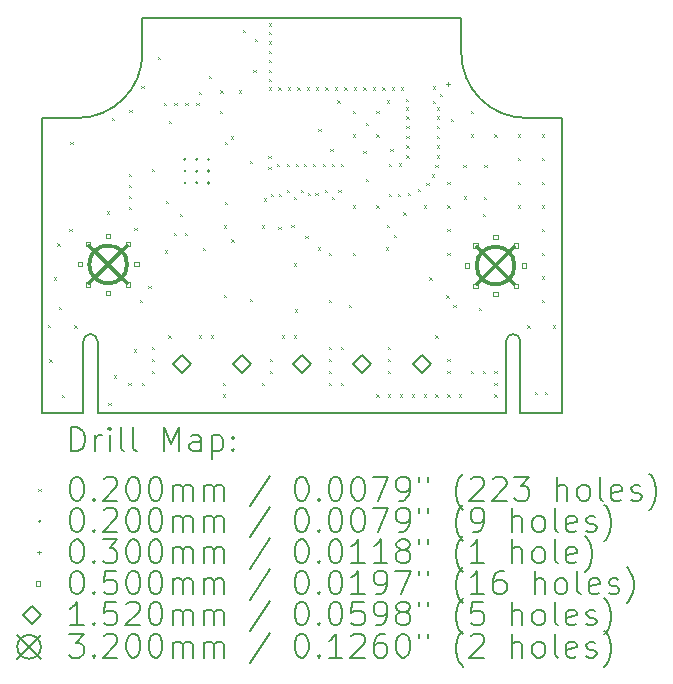
<source format=gbr>
%TF.GenerationSoftware,KiCad,Pcbnew,(6.0.9)*%
%TF.CreationDate,2022-11-24T22:47:09+01:00*%
%TF.ProjectId,telinksensor-hw,74656c69-6e6b-4736-956e-736f722d6877,rev?*%
%TF.SameCoordinates,Original*%
%TF.FileFunction,Drillmap*%
%TF.FilePolarity,Positive*%
%FSLAX45Y45*%
G04 Gerber Fmt 4.5, Leading zero omitted, Abs format (unit mm)*
G04 Created by KiCad (PCBNEW (6.0.9)) date 2022-11-24 22:47:09*
%MOMM*%
%LPD*%
G01*
G04 APERTURE LIST*
%ADD10C,0.200000*%
%ADD11C,0.020000*%
%ADD12C,0.030000*%
%ADD13C,0.050000*%
%ADD14C,0.152000*%
%ADD15C,0.320000*%
G04 APERTURE END LIST*
D10*
X15240000Y-8350000D02*
X15240000Y-8650000D01*
X14860000Y-11700000D02*
X18320000Y-11700000D01*
X18790000Y-11700000D02*
X18440000Y-11700000D01*
X14690000Y-9200000D02*
X14390000Y-9200000D01*
X18790000Y-9200000D02*
X18490000Y-9200000D01*
X18320000Y-11700000D02*
X18320000Y-11090000D01*
X17940000Y-8650000D02*
G75*
G03*
X18490000Y-9200000I550000J0D01*
G01*
X18440000Y-11090000D02*
G75*
G03*
X18320000Y-11090000I-60000J0D01*
G01*
X14740000Y-11700000D02*
X14390000Y-11700000D01*
X18790000Y-9200000D02*
X18790000Y-11700000D01*
X14390000Y-9200000D02*
X14390000Y-11700000D01*
X14740000Y-11090000D02*
X14740000Y-11700000D01*
X18440000Y-11700000D02*
X18440000Y-11090000D01*
X17940000Y-8650000D02*
X17940000Y-8350000D01*
X14860000Y-11090000D02*
X14860000Y-11700000D01*
X14690000Y-9200000D02*
G75*
G03*
X15240000Y-8650000I0J550000D01*
G01*
X17940000Y-8350000D02*
X15240000Y-8350000D01*
X14860000Y-11090000D02*
G75*
G03*
X14740000Y-11090000I-60000J0D01*
G01*
D11*
X14440000Y-10950000D02*
X14460000Y-10970000D01*
X14460000Y-10950000D02*
X14440000Y-10970000D01*
X14451451Y-11245000D02*
X14471451Y-11265000D01*
X14471451Y-11245000D02*
X14451451Y-11265000D01*
X14490000Y-10550000D02*
X14510000Y-10570000D01*
X14510000Y-10550000D02*
X14490000Y-10570000D01*
X14520000Y-10260000D02*
X14540000Y-10280000D01*
X14540000Y-10260000D02*
X14520000Y-10280000D01*
X14530000Y-10800000D02*
X14550000Y-10820000D01*
X14550000Y-10800000D02*
X14530000Y-10820000D01*
X14555000Y-11545000D02*
X14575000Y-11565000D01*
X14575000Y-11545000D02*
X14555000Y-11565000D01*
X14620000Y-10140000D02*
X14640000Y-10160000D01*
X14640000Y-10140000D02*
X14620000Y-10160000D01*
X14630000Y-9400000D02*
X14650000Y-9420000D01*
X14650000Y-9400000D02*
X14630000Y-9420000D01*
X14664113Y-10955651D02*
X14684113Y-10975651D01*
X14684113Y-10955651D02*
X14664113Y-10975651D01*
X14940000Y-9990000D02*
X14960000Y-10010000D01*
X14960000Y-9990000D02*
X14940000Y-10010000D01*
X14950000Y-11610000D02*
X14970000Y-11630000D01*
X14970000Y-11610000D02*
X14950000Y-11630000D01*
X14980000Y-9200000D02*
X15000000Y-9220000D01*
X15000000Y-9200000D02*
X14980000Y-9220000D01*
X15000000Y-11380000D02*
X15020000Y-11400000D01*
X15020000Y-11380000D02*
X15000000Y-11400000D01*
X15120000Y-11440000D02*
X15140000Y-11460000D01*
X15140000Y-11440000D02*
X15120000Y-11460000D01*
X15122500Y-9674431D02*
X15142500Y-9694431D01*
X15142500Y-9674431D02*
X15122500Y-9694431D01*
X15122500Y-9765896D02*
X15142500Y-9785896D01*
X15142500Y-9765896D02*
X15122500Y-9785896D01*
X15122500Y-9857616D02*
X15142500Y-9877616D01*
X15142500Y-9857616D02*
X15122500Y-9877616D01*
X15122500Y-9950000D02*
X15142500Y-9970000D01*
X15142500Y-9950000D02*
X15122500Y-9970000D01*
X15130000Y-9130000D02*
X15150000Y-9150000D01*
X15150000Y-9130000D02*
X15130000Y-9150000D01*
X15164655Y-11159566D02*
X15184655Y-11179566D01*
X15184655Y-11159566D02*
X15164655Y-11179566D01*
X15170000Y-10130000D02*
X15190000Y-10150000D01*
X15190000Y-10130000D02*
X15170000Y-10150000D01*
X15220000Y-10740000D02*
X15240000Y-10760000D01*
X15240000Y-10740000D02*
X15220000Y-10760000D01*
X15230000Y-8930000D02*
X15250000Y-8950000D01*
X15250000Y-8930000D02*
X15230000Y-8950000D01*
X15236000Y-11442000D02*
X15256000Y-11462000D01*
X15256000Y-11442000D02*
X15236000Y-11462000D01*
X15290000Y-10620000D02*
X15310000Y-10640000D01*
X15310000Y-10620000D02*
X15290000Y-10640000D01*
X15319966Y-9629966D02*
X15339966Y-9649966D01*
X15339966Y-9629966D02*
X15319966Y-9649966D01*
X15320000Y-11140000D02*
X15340000Y-11160000D01*
X15340000Y-11140000D02*
X15320000Y-11160000D01*
X15320000Y-11240000D02*
X15340000Y-11260000D01*
X15340000Y-11240000D02*
X15320000Y-11260000D01*
X15320000Y-11340000D02*
X15340000Y-11360000D01*
X15340000Y-11340000D02*
X15320000Y-11360000D01*
X15370000Y-8680000D02*
X15390000Y-8700000D01*
X15390000Y-8680000D02*
X15370000Y-8700000D01*
X15420000Y-9069458D02*
X15440000Y-9089458D01*
X15440000Y-9069458D02*
X15420000Y-9089458D01*
X15430000Y-10320000D02*
X15450000Y-10340000D01*
X15450000Y-10320000D02*
X15430000Y-10340000D01*
X15440000Y-9900000D02*
X15460000Y-9920000D01*
X15460000Y-9900000D02*
X15440000Y-9920000D01*
X15460000Y-11040000D02*
X15480000Y-11060000D01*
X15480000Y-11040000D02*
X15460000Y-11060000D01*
X15465000Y-9225000D02*
X15485000Y-9245000D01*
X15485000Y-9225000D02*
X15465000Y-9245000D01*
X15508548Y-10172262D02*
X15528548Y-10192262D01*
X15528548Y-10172262D02*
X15508548Y-10192262D01*
X15510000Y-9069458D02*
X15530000Y-9089458D01*
X15530000Y-9069458D02*
X15510000Y-9089458D01*
X15556526Y-10011335D02*
X15576526Y-10031335D01*
X15576526Y-10011335D02*
X15556526Y-10031335D01*
X15600000Y-10172262D02*
X15620000Y-10192262D01*
X15620000Y-10172262D02*
X15600000Y-10192262D01*
X15603479Y-9069458D02*
X15623479Y-9089458D01*
X15623479Y-9069458D02*
X15603479Y-9089458D01*
X15695641Y-9069458D02*
X15715641Y-9089458D01*
X15715641Y-9069458D02*
X15695641Y-9089458D01*
X15720000Y-8980000D02*
X15740000Y-9000000D01*
X15740000Y-8980000D02*
X15720000Y-9000000D01*
X15720000Y-11040000D02*
X15740000Y-11060000D01*
X15740000Y-11040000D02*
X15720000Y-11060000D01*
X15751250Y-10298750D02*
X15771250Y-10318750D01*
X15771250Y-10298750D02*
X15751250Y-10318750D01*
X15803439Y-8843440D02*
X15823439Y-8863440D01*
X15823439Y-8843440D02*
X15803439Y-8863440D01*
X15820000Y-11040000D02*
X15840000Y-11060000D01*
X15840000Y-11040000D02*
X15820000Y-11060000D01*
X15895540Y-9142296D02*
X15915540Y-9162296D01*
X15915540Y-9142296D02*
X15895540Y-9162296D01*
X15898059Y-8964840D02*
X15918059Y-8984840D01*
X15918059Y-8964840D02*
X15898059Y-8984840D01*
X15920000Y-11440000D02*
X15940000Y-11460000D01*
X15940000Y-11440000D02*
X15920000Y-11460000D01*
X15920000Y-11540000D02*
X15940000Y-11560000D01*
X15940000Y-11540000D02*
X15920000Y-11560000D01*
X15929343Y-10109842D02*
X15949343Y-10129842D01*
X15949343Y-10109842D02*
X15929343Y-10129842D01*
X15930000Y-10700000D02*
X15950000Y-10720000D01*
X15950000Y-10700000D02*
X15930000Y-10720000D01*
X15937390Y-9401049D02*
X15957390Y-9421049D01*
X15957390Y-9401049D02*
X15937390Y-9421049D01*
X15940000Y-9910000D02*
X15960000Y-9930000D01*
X15960000Y-9910000D02*
X15940000Y-9930000D01*
X15990002Y-9354950D02*
X16010002Y-9374950D01*
X16010002Y-9354950D02*
X15990002Y-9374950D01*
X15992500Y-10227500D02*
X16012500Y-10247500D01*
X16012500Y-10227500D02*
X15992500Y-10247500D01*
X16056021Y-8965329D02*
X16076021Y-8985329D01*
X16076021Y-8965329D02*
X16056021Y-8985329D01*
X16088152Y-8453000D02*
X16108152Y-8473000D01*
X16108152Y-8453000D02*
X16088152Y-8473000D01*
X16149500Y-9565500D02*
X16169500Y-9585500D01*
X16169500Y-9565500D02*
X16149500Y-9585500D01*
X16150000Y-10730000D02*
X16170000Y-10750000D01*
X16170000Y-10730000D02*
X16150000Y-10750000D01*
X16180000Y-8790000D02*
X16200000Y-8810000D01*
X16200000Y-8790000D02*
X16180000Y-8810000D01*
X16190000Y-8530000D02*
X16210000Y-8550000D01*
X16210000Y-8530000D02*
X16190000Y-8550000D01*
X16250000Y-10110000D02*
X16270000Y-10130000D01*
X16270000Y-10110000D02*
X16250000Y-10130000D01*
X16252000Y-11442000D02*
X16272000Y-11462000D01*
X16272000Y-11442000D02*
X16252000Y-11462000D01*
X16270000Y-9880000D02*
X16290000Y-9900000D01*
X16290000Y-9880000D02*
X16270000Y-9900000D01*
X16305000Y-9520000D02*
X16325000Y-9540000D01*
X16325000Y-9520000D02*
X16305000Y-9540000D01*
X16305000Y-9612500D02*
X16325000Y-9632500D01*
X16325000Y-9612500D02*
X16305000Y-9632500D01*
X16309626Y-8398955D02*
X16329626Y-8418955D01*
X16329626Y-8398955D02*
X16309626Y-8418955D01*
X16310000Y-8470000D02*
X16330000Y-8490000D01*
X16330000Y-8470000D02*
X16310000Y-8490000D01*
X16310000Y-8550000D02*
X16330000Y-8570000D01*
X16330000Y-8550000D02*
X16310000Y-8570000D01*
X16310000Y-8630000D02*
X16330000Y-8650000D01*
X16330000Y-8630000D02*
X16310000Y-8650000D01*
X16310000Y-8710000D02*
X16330000Y-8730000D01*
X16330000Y-8710000D02*
X16310000Y-8730000D01*
X16310000Y-8790000D02*
X16330000Y-8810000D01*
X16330000Y-8790000D02*
X16310000Y-8810000D01*
X16310000Y-8870000D02*
X16330000Y-8890000D01*
X16330000Y-8870000D02*
X16310000Y-8890000D01*
X16310000Y-8940000D02*
X16330000Y-8960000D01*
X16330000Y-8940000D02*
X16310000Y-8960000D01*
X16320000Y-11240000D02*
X16340000Y-11260000D01*
X16340000Y-11240000D02*
X16320000Y-11260000D01*
X16320000Y-11340000D02*
X16340000Y-11360000D01*
X16340000Y-11340000D02*
X16320000Y-11360000D01*
X16329303Y-9840751D02*
X16349303Y-9860751D01*
X16349303Y-9840751D02*
X16329303Y-9860751D01*
X16379134Y-9587932D02*
X16399134Y-9607932D01*
X16399134Y-9587932D02*
X16379134Y-9607932D01*
X16390000Y-8940000D02*
X16410000Y-8960000D01*
X16410000Y-8940000D02*
X16390000Y-8960000D01*
X16390000Y-10120000D02*
X16410000Y-10140000D01*
X16410000Y-10120000D02*
X16390000Y-10140000D01*
X16393806Y-9841058D02*
X16413806Y-9861058D01*
X16413806Y-9841058D02*
X16393806Y-9861058D01*
X16420000Y-11040000D02*
X16440000Y-11060000D01*
X16440000Y-11040000D02*
X16420000Y-11060000D01*
X16460000Y-9590000D02*
X16480000Y-9610000D01*
X16480000Y-9590000D02*
X16460000Y-9610000D01*
X16460000Y-9810000D02*
X16480000Y-9830000D01*
X16480000Y-9810000D02*
X16460000Y-9830000D01*
X16470000Y-8940000D02*
X16490000Y-8960000D01*
X16490000Y-8940000D02*
X16470000Y-8960000D01*
X16500000Y-10105218D02*
X16520000Y-10125218D01*
X16520000Y-10105218D02*
X16500000Y-10125218D01*
X16520000Y-10430000D02*
X16540000Y-10450000D01*
X16540000Y-10430000D02*
X16520000Y-10450000D01*
X16520000Y-11040000D02*
X16540000Y-11060000D01*
X16540000Y-11040000D02*
X16520000Y-11060000D01*
X16520321Y-9865644D02*
X16540321Y-9885644D01*
X16540321Y-9865644D02*
X16520321Y-9885644D01*
X16530000Y-10820000D02*
X16550000Y-10840000D01*
X16550000Y-10820000D02*
X16530000Y-10840000D01*
X16537850Y-9586814D02*
X16557850Y-9606814D01*
X16557850Y-9586814D02*
X16537850Y-9606814D01*
X16550000Y-8940000D02*
X16570000Y-8960000D01*
X16570000Y-8940000D02*
X16550000Y-8960000D01*
X16580000Y-9810000D02*
X16600000Y-9830000D01*
X16600000Y-9810000D02*
X16580000Y-9830000D01*
X16606030Y-9586814D02*
X16626030Y-9606814D01*
X16626030Y-9586814D02*
X16606030Y-9606814D01*
X16620000Y-10200000D02*
X16640000Y-10220000D01*
X16640000Y-10200000D02*
X16620000Y-10220000D01*
X16630000Y-8940000D02*
X16650000Y-8960000D01*
X16650000Y-8940000D02*
X16630000Y-8960000D01*
X16639703Y-9836587D02*
X16659703Y-9856587D01*
X16659703Y-9836587D02*
X16639703Y-9856587D01*
X16685388Y-9587932D02*
X16705388Y-9607932D01*
X16705388Y-9587932D02*
X16685388Y-9607932D01*
X16704530Y-9834352D02*
X16724530Y-9854352D01*
X16724530Y-9834352D02*
X16704530Y-9854352D01*
X16710000Y-8940000D02*
X16730000Y-8960000D01*
X16730000Y-8940000D02*
X16710000Y-8960000D01*
X16725000Y-10295000D02*
X16745000Y-10315000D01*
X16745000Y-10295000D02*
X16725000Y-10315000D01*
X16730000Y-9290000D02*
X16750000Y-9310000D01*
X16750000Y-9290000D02*
X16730000Y-9310000D01*
X16764745Y-9587932D02*
X16784745Y-9607932D01*
X16784745Y-9587932D02*
X16764745Y-9607932D01*
X16781954Y-9811089D02*
X16801954Y-9831089D01*
X16801954Y-9811089D02*
X16781954Y-9831089D01*
X16790000Y-8940000D02*
X16810000Y-8960000D01*
X16810000Y-8940000D02*
X16790000Y-8960000D01*
X16820000Y-10340000D02*
X16840000Y-10360000D01*
X16840000Y-10340000D02*
X16820000Y-10360000D01*
X16820000Y-10740000D02*
X16840000Y-10760000D01*
X16840000Y-10740000D02*
X16820000Y-10760000D01*
X16820000Y-11140000D02*
X16840000Y-11160000D01*
X16840000Y-11140000D02*
X16820000Y-11160000D01*
X16820000Y-11240000D02*
X16840000Y-11260000D01*
X16840000Y-11240000D02*
X16820000Y-11260000D01*
X16820000Y-11340000D02*
X16840000Y-11360000D01*
X16840000Y-11340000D02*
X16820000Y-11360000D01*
X16820000Y-11440000D02*
X16840000Y-11460000D01*
X16840000Y-11440000D02*
X16820000Y-11460000D01*
X16830000Y-9460000D02*
X16850000Y-9480000D01*
X16850000Y-9460000D02*
X16830000Y-9480000D01*
X16842813Y-9866296D02*
X16862813Y-9886296D01*
X16862813Y-9866296D02*
X16842813Y-9886296D01*
X16842985Y-9587932D02*
X16862985Y-9607932D01*
X16862985Y-9587932D02*
X16842985Y-9607932D01*
X16870000Y-8940000D02*
X16890000Y-8960000D01*
X16890000Y-8940000D02*
X16870000Y-8960000D01*
X16890000Y-9050000D02*
X16910000Y-9070000D01*
X16910000Y-9050000D02*
X16890000Y-9070000D01*
X16900000Y-9810000D02*
X16920000Y-9830000D01*
X16920000Y-9810000D02*
X16900000Y-9830000D01*
X16920000Y-11140000D02*
X16940000Y-11160000D01*
X16940000Y-11140000D02*
X16920000Y-11160000D01*
X16920000Y-11440000D02*
X16940000Y-11460000D01*
X16940000Y-11440000D02*
X16920000Y-11460000D01*
X16922343Y-9587932D02*
X16942343Y-9607932D01*
X16942343Y-9587932D02*
X16922343Y-9607932D01*
X16950000Y-8940000D02*
X16970000Y-8960000D01*
X16970000Y-8940000D02*
X16950000Y-8960000D01*
X16990000Y-10780000D02*
X17010000Y-10800000D01*
X17010000Y-10780000D02*
X16990000Y-10800000D01*
X17020000Y-9140000D02*
X17040000Y-9160000D01*
X17040000Y-9140000D02*
X17020000Y-9160000D01*
X17020000Y-9340000D02*
X17040000Y-9360000D01*
X17040000Y-9340000D02*
X17020000Y-9360000D01*
X17020000Y-9940000D02*
X17040000Y-9960000D01*
X17040000Y-9940000D02*
X17020000Y-9960000D01*
X17020000Y-10340000D02*
X17040000Y-10360000D01*
X17040000Y-10340000D02*
X17020000Y-10360000D01*
X17030000Y-8940000D02*
X17050000Y-8960000D01*
X17050000Y-8940000D02*
X17030000Y-8960000D01*
X17110000Y-8940000D02*
X17130000Y-8960000D01*
X17130000Y-8940000D02*
X17110000Y-8960000D01*
X17110000Y-9480000D02*
X17130000Y-9500000D01*
X17130000Y-9480000D02*
X17110000Y-9500000D01*
X17129833Y-9712770D02*
X17149833Y-9732770D01*
X17149833Y-9712770D02*
X17129833Y-9732770D01*
X17130000Y-9240000D02*
X17150000Y-9260000D01*
X17150000Y-9240000D02*
X17130000Y-9260000D01*
X17190000Y-8940000D02*
X17210000Y-8960000D01*
X17210000Y-8940000D02*
X17190000Y-8960000D01*
X17220000Y-9140000D02*
X17240000Y-9160000D01*
X17240000Y-9140000D02*
X17220000Y-9160000D01*
X17220000Y-9340000D02*
X17240000Y-9360000D01*
X17240000Y-9340000D02*
X17220000Y-9360000D01*
X17220000Y-9940000D02*
X17240000Y-9960000D01*
X17240000Y-9940000D02*
X17220000Y-9960000D01*
X17220000Y-11540000D02*
X17240000Y-11560000D01*
X17240000Y-11540000D02*
X17220000Y-11560000D01*
X17270000Y-8940000D02*
X17290000Y-8960000D01*
X17290000Y-8940000D02*
X17270000Y-8960000D01*
X17299569Y-10294131D02*
X17319569Y-10314131D01*
X17319569Y-10294131D02*
X17299569Y-10314131D01*
X17307000Y-10105000D02*
X17327000Y-10125000D01*
X17327000Y-10105000D02*
X17307000Y-10125000D01*
X17310000Y-9050000D02*
X17330000Y-9070000D01*
X17330000Y-9050000D02*
X17310000Y-9070000D01*
X17320000Y-11140000D02*
X17340000Y-11160000D01*
X17340000Y-11140000D02*
X17320000Y-11160000D01*
X17320000Y-11240000D02*
X17340000Y-11260000D01*
X17340000Y-11240000D02*
X17320000Y-11260000D01*
X17320000Y-11340000D02*
X17340000Y-11360000D01*
X17340000Y-11340000D02*
X17320000Y-11360000D01*
X17320000Y-11540000D02*
X17340000Y-11560000D01*
X17340000Y-11540000D02*
X17320000Y-11560000D01*
X17324528Y-9844722D02*
X17344528Y-9864722D01*
X17344528Y-9844722D02*
X17324528Y-9864722D01*
X17328666Y-9586958D02*
X17348666Y-9606958D01*
X17348666Y-9586958D02*
X17328666Y-9606958D01*
X17340000Y-9460000D02*
X17360000Y-9480000D01*
X17360000Y-9460000D02*
X17340000Y-9480000D01*
X17350000Y-8940000D02*
X17370000Y-8960000D01*
X17370000Y-8940000D02*
X17350000Y-8960000D01*
X17370000Y-10190000D02*
X17390000Y-10210000D01*
X17390000Y-10190000D02*
X17370000Y-10210000D01*
X17405000Y-9845000D02*
X17425000Y-9865000D01*
X17425000Y-9845000D02*
X17405000Y-9865000D01*
X17413262Y-9585086D02*
X17433262Y-9605086D01*
X17433262Y-9585086D02*
X17413262Y-9605086D01*
X17420000Y-11540000D02*
X17440000Y-11560000D01*
X17440000Y-11540000D02*
X17420000Y-11560000D01*
X17430000Y-8940000D02*
X17450000Y-8960000D01*
X17450000Y-8940000D02*
X17430000Y-8960000D01*
X17450000Y-10000000D02*
X17470000Y-10020000D01*
X17470000Y-10000000D02*
X17450000Y-10020000D01*
X17470480Y-9036651D02*
X17490480Y-9056651D01*
X17490480Y-9036651D02*
X17470480Y-9056651D01*
X17472421Y-9109742D02*
X17492421Y-9129742D01*
X17492421Y-9109742D02*
X17472421Y-9129742D01*
X17474651Y-9517334D02*
X17494651Y-9537334D01*
X17494651Y-9517334D02*
X17474651Y-9537334D01*
X17475000Y-9186000D02*
X17495000Y-9206000D01*
X17495000Y-9186000D02*
X17475000Y-9206000D01*
X17475000Y-9268250D02*
X17495000Y-9288250D01*
X17495000Y-9268250D02*
X17475000Y-9288250D01*
X17475000Y-9350500D02*
X17495000Y-9370500D01*
X17495000Y-9350500D02*
X17475000Y-9370500D01*
X17475000Y-9432750D02*
X17495000Y-9452750D01*
X17495000Y-9432750D02*
X17475000Y-9452750D01*
X17488758Y-9835123D02*
X17508758Y-9855123D01*
X17508758Y-9835123D02*
X17488758Y-9855123D01*
X17520000Y-11540000D02*
X17540000Y-11560000D01*
X17540000Y-11540000D02*
X17520000Y-11560000D01*
X17571552Y-9798254D02*
X17591552Y-9818254D01*
X17591552Y-9798254D02*
X17571552Y-9818254D01*
X17620000Y-9940000D02*
X17640000Y-9960000D01*
X17640000Y-9940000D02*
X17620000Y-9960000D01*
X17620000Y-11540000D02*
X17640000Y-11560000D01*
X17640000Y-11540000D02*
X17620000Y-11560000D01*
X17643349Y-9747155D02*
X17663349Y-9767155D01*
X17663349Y-9747155D02*
X17643349Y-9767155D01*
X17670000Y-10550000D02*
X17690000Y-10570000D01*
X17690000Y-10550000D02*
X17670000Y-10570000D01*
X17690567Y-9676004D02*
X17710567Y-9696004D01*
X17710567Y-9676004D02*
X17690567Y-9696004D01*
X17700438Y-9055869D02*
X17720438Y-9075869D01*
X17720438Y-9055869D02*
X17700438Y-9075869D01*
X17700764Y-8930999D02*
X17720764Y-8950999D01*
X17720764Y-8930999D02*
X17700764Y-8950999D01*
X17718381Y-9596445D02*
X17738381Y-9616445D01*
X17738381Y-9596445D02*
X17718381Y-9616445D01*
X17720000Y-11040000D02*
X17740000Y-11060000D01*
X17740000Y-11040000D02*
X17720000Y-11060000D01*
X17720000Y-11540000D02*
X17740000Y-11560000D01*
X17740000Y-11540000D02*
X17720000Y-11560000D01*
X17733738Y-9111036D02*
X17753738Y-9131036D01*
X17753738Y-9111036D02*
X17733738Y-9131036D01*
X17735000Y-9186000D02*
X17755000Y-9206000D01*
X17755000Y-9186000D02*
X17735000Y-9206000D01*
X17735000Y-9268250D02*
X17755000Y-9288250D01*
X17755000Y-9268250D02*
X17735000Y-9288250D01*
X17735000Y-9350500D02*
X17755000Y-9370500D01*
X17755000Y-9350500D02*
X17735000Y-9370500D01*
X17735000Y-9432750D02*
X17755000Y-9452750D01*
X17755000Y-9432750D02*
X17735000Y-9452750D01*
X17735000Y-9515000D02*
X17755000Y-9535000D01*
X17755000Y-9515000D02*
X17735000Y-9535000D01*
X17758146Y-8994249D02*
X17778146Y-9014249D01*
X17778146Y-8994249D02*
X17758146Y-9014249D01*
X17813085Y-10702801D02*
X17833085Y-10722801D01*
X17833085Y-10702801D02*
X17813085Y-10722801D01*
X17820000Y-9740000D02*
X17840000Y-9760000D01*
X17840000Y-9740000D02*
X17820000Y-9760000D01*
X17820000Y-9940000D02*
X17840000Y-9960000D01*
X17840000Y-9940000D02*
X17820000Y-9960000D01*
X17820000Y-10140000D02*
X17840000Y-10160000D01*
X17840000Y-10140000D02*
X17820000Y-10160000D01*
X17820000Y-10340000D02*
X17840000Y-10360000D01*
X17840000Y-10340000D02*
X17820000Y-10360000D01*
X17820000Y-11240000D02*
X17840000Y-11260000D01*
X17840000Y-11240000D02*
X17820000Y-11260000D01*
X17820000Y-11340000D02*
X17840000Y-11360000D01*
X17840000Y-11340000D02*
X17820000Y-11360000D01*
X17820000Y-11540000D02*
X17840000Y-11560000D01*
X17840000Y-11540000D02*
X17820000Y-11560000D01*
X17850000Y-9210000D02*
X17870000Y-9230000D01*
X17870000Y-9210000D02*
X17850000Y-9230000D01*
X17872500Y-10782500D02*
X17892500Y-10802500D01*
X17892500Y-10782500D02*
X17872500Y-10802500D01*
X17920000Y-11540000D02*
X17940000Y-11560000D01*
X17940000Y-11540000D02*
X17920000Y-11560000D01*
X17956069Y-9595434D02*
X17976069Y-9615434D01*
X17976069Y-9595434D02*
X17956069Y-9615434D01*
X17961086Y-9864275D02*
X17981086Y-9884275D01*
X17981086Y-9864275D02*
X17961086Y-9884275D01*
X18020000Y-9140000D02*
X18040000Y-9160000D01*
X18040000Y-9140000D02*
X18020000Y-9160000D01*
X18020000Y-9340000D02*
X18040000Y-9360000D01*
X18040000Y-9340000D02*
X18020000Y-9360000D01*
X18020000Y-11340000D02*
X18040000Y-11360000D01*
X18040000Y-11340000D02*
X18020000Y-11360000D01*
X18090000Y-10810000D02*
X18110000Y-10830000D01*
X18110000Y-10810000D02*
X18090000Y-10830000D01*
X18120000Y-10010000D02*
X18140000Y-10030000D01*
X18140000Y-10010000D02*
X18120000Y-10030000D01*
X18120000Y-11340000D02*
X18140000Y-11360000D01*
X18140000Y-11340000D02*
X18120000Y-11360000D01*
X18131694Y-9867494D02*
X18151694Y-9887494D01*
X18151694Y-9867494D02*
X18131694Y-9887494D01*
X18134913Y-9595487D02*
X18154913Y-9615487D01*
X18154913Y-9595487D02*
X18134913Y-9615487D01*
X18220000Y-9340000D02*
X18240000Y-9360000D01*
X18240000Y-9340000D02*
X18220000Y-9360000D01*
X18220000Y-11340000D02*
X18240000Y-11360000D01*
X18240000Y-11340000D02*
X18220000Y-11360000D01*
X18220000Y-11440000D02*
X18240000Y-11460000D01*
X18240000Y-11440000D02*
X18220000Y-11460000D01*
X18220000Y-11540000D02*
X18240000Y-11560000D01*
X18240000Y-11540000D02*
X18220000Y-11560000D01*
X18420000Y-9340000D02*
X18440000Y-9360000D01*
X18440000Y-9340000D02*
X18420000Y-9360000D01*
X18420000Y-9540000D02*
X18440000Y-9560000D01*
X18440000Y-9540000D02*
X18420000Y-9560000D01*
X18420000Y-9740000D02*
X18440000Y-9760000D01*
X18440000Y-9740000D02*
X18420000Y-9760000D01*
X18420000Y-9940000D02*
X18440000Y-9960000D01*
X18440000Y-9940000D02*
X18420000Y-9960000D01*
X18498180Y-10956881D02*
X18518180Y-10976881D01*
X18518180Y-10956881D02*
X18498180Y-10976881D01*
X18565000Y-11520000D02*
X18585000Y-11540000D01*
X18585000Y-11520000D02*
X18565000Y-11540000D01*
X18620000Y-9340000D02*
X18640000Y-9360000D01*
X18640000Y-9340000D02*
X18620000Y-9360000D01*
X18620000Y-9540000D02*
X18640000Y-9560000D01*
X18640000Y-9540000D02*
X18620000Y-9560000D01*
X18620000Y-9740000D02*
X18640000Y-9760000D01*
X18640000Y-9740000D02*
X18620000Y-9760000D01*
X18620000Y-9940000D02*
X18640000Y-9960000D01*
X18640000Y-9940000D02*
X18620000Y-9960000D01*
X18620000Y-10140000D02*
X18640000Y-10160000D01*
X18640000Y-10140000D02*
X18620000Y-10160000D01*
X18620000Y-10340000D02*
X18640000Y-10360000D01*
X18640000Y-10340000D02*
X18620000Y-10360000D01*
X18620000Y-10540000D02*
X18640000Y-10560000D01*
X18640000Y-10540000D02*
X18620000Y-10560000D01*
X18620000Y-10740000D02*
X18640000Y-10760000D01*
X18640000Y-10740000D02*
X18620000Y-10760000D01*
X18645000Y-11520000D02*
X18665000Y-11540000D01*
X18665000Y-11520000D02*
X18645000Y-11540000D01*
X18713369Y-10956044D02*
X18733369Y-10976044D01*
X18733369Y-10956044D02*
X18713369Y-10976044D01*
X15610000Y-9550000D02*
G75*
G03*
X15610000Y-9550000I-10000J0D01*
G01*
X15610000Y-9650000D02*
G75*
G03*
X15610000Y-9650000I-10000J0D01*
G01*
X15610000Y-9750000D02*
G75*
G03*
X15610000Y-9750000I-10000J0D01*
G01*
X15710000Y-9550000D02*
G75*
G03*
X15710000Y-9550000I-10000J0D01*
G01*
X15710000Y-9650000D02*
G75*
G03*
X15710000Y-9650000I-10000J0D01*
G01*
X15710000Y-9750000D02*
G75*
G03*
X15710000Y-9750000I-10000J0D01*
G01*
X15810000Y-9550000D02*
G75*
G03*
X15810000Y-9550000I-10000J0D01*
G01*
X15810000Y-9650000D02*
G75*
G03*
X15810000Y-9650000I-10000J0D01*
G01*
X15810000Y-9750000D02*
G75*
G03*
X15810000Y-9750000I-10000J0D01*
G01*
D12*
X17825000Y-8897500D02*
X17825000Y-8927500D01*
X17810000Y-8912500D02*
X17840000Y-8912500D01*
D13*
X14727678Y-10457678D02*
X14727678Y-10422322D01*
X14692322Y-10422322D01*
X14692322Y-10457678D01*
X14727678Y-10457678D01*
X14797972Y-10287972D02*
X14797972Y-10252617D01*
X14762617Y-10252617D01*
X14762617Y-10287972D01*
X14797972Y-10287972D01*
X14797972Y-10627383D02*
X14797972Y-10592028D01*
X14762617Y-10592028D01*
X14762617Y-10627383D01*
X14797972Y-10627383D01*
X14967678Y-10217678D02*
X14967678Y-10182322D01*
X14932322Y-10182322D01*
X14932322Y-10217678D01*
X14967678Y-10217678D01*
X14967678Y-10697678D02*
X14967678Y-10662322D01*
X14932322Y-10662322D01*
X14932322Y-10697678D01*
X14967678Y-10697678D01*
X15137383Y-10287972D02*
X15137383Y-10252617D01*
X15102028Y-10252617D01*
X15102028Y-10287972D01*
X15137383Y-10287972D01*
X15137383Y-10627383D02*
X15137383Y-10592028D01*
X15102028Y-10592028D01*
X15102028Y-10627383D01*
X15137383Y-10627383D01*
X15207678Y-10457678D02*
X15207678Y-10422322D01*
X15172322Y-10422322D01*
X15172322Y-10457678D01*
X15207678Y-10457678D01*
X18007678Y-10467678D02*
X18007678Y-10432322D01*
X17972322Y-10432322D01*
X17972322Y-10467678D01*
X18007678Y-10467678D01*
X18077972Y-10297972D02*
X18077972Y-10262617D01*
X18042617Y-10262617D01*
X18042617Y-10297972D01*
X18077972Y-10297972D01*
X18077972Y-10637383D02*
X18077972Y-10602028D01*
X18042617Y-10602028D01*
X18042617Y-10637383D01*
X18077972Y-10637383D01*
X18247678Y-10227678D02*
X18247678Y-10192322D01*
X18212322Y-10192322D01*
X18212322Y-10227678D01*
X18247678Y-10227678D01*
X18247678Y-10707678D02*
X18247678Y-10672322D01*
X18212322Y-10672322D01*
X18212322Y-10707678D01*
X18247678Y-10707678D01*
X18417383Y-10297972D02*
X18417383Y-10262617D01*
X18382028Y-10262617D01*
X18382028Y-10297972D01*
X18417383Y-10297972D01*
X18417383Y-10637383D02*
X18417383Y-10602028D01*
X18382028Y-10602028D01*
X18382028Y-10637383D01*
X18417383Y-10637383D01*
X18487678Y-10467678D02*
X18487678Y-10432322D01*
X18452322Y-10432322D01*
X18452322Y-10467678D01*
X18487678Y-10467678D01*
D14*
X15576000Y-11356000D02*
X15652000Y-11280000D01*
X15576000Y-11204000D01*
X15500000Y-11280000D01*
X15576000Y-11356000D01*
X16084000Y-11356000D02*
X16160000Y-11280000D01*
X16084000Y-11204000D01*
X16008000Y-11280000D01*
X16084000Y-11356000D01*
X16590000Y-11356000D02*
X16666000Y-11280000D01*
X16590000Y-11204000D01*
X16514000Y-11280000D01*
X16590000Y-11356000D01*
X17098000Y-11356000D02*
X17174000Y-11280000D01*
X17098000Y-11204000D01*
X17022000Y-11280000D01*
X17098000Y-11356000D01*
X17606000Y-11356000D02*
X17682000Y-11280000D01*
X17606000Y-11204000D01*
X17530000Y-11280000D01*
X17606000Y-11356000D01*
D15*
X14790000Y-10280000D02*
X15110000Y-10600000D01*
X15110000Y-10280000D02*
X14790000Y-10600000D01*
X15110000Y-10440000D02*
G75*
G03*
X15110000Y-10440000I-160000J0D01*
G01*
X18070000Y-10290000D02*
X18390000Y-10610000D01*
X18390000Y-10290000D02*
X18070000Y-10610000D01*
X18390000Y-10450000D02*
G75*
G03*
X18390000Y-10450000I-160000J0D01*
G01*
D10*
X14637619Y-12020476D02*
X14637619Y-11820476D01*
X14685238Y-11820476D01*
X14713809Y-11830000D01*
X14732857Y-11849048D01*
X14742381Y-11868095D01*
X14751905Y-11906190D01*
X14751905Y-11934762D01*
X14742381Y-11972857D01*
X14732857Y-11991905D01*
X14713809Y-12010952D01*
X14685238Y-12020476D01*
X14637619Y-12020476D01*
X14837619Y-12020476D02*
X14837619Y-11887143D01*
X14837619Y-11925238D02*
X14847143Y-11906190D01*
X14856667Y-11896667D01*
X14875714Y-11887143D01*
X14894762Y-11887143D01*
X14961428Y-12020476D02*
X14961428Y-11887143D01*
X14961428Y-11820476D02*
X14951905Y-11830000D01*
X14961428Y-11839524D01*
X14970952Y-11830000D01*
X14961428Y-11820476D01*
X14961428Y-11839524D01*
X15085238Y-12020476D02*
X15066190Y-12010952D01*
X15056667Y-11991905D01*
X15056667Y-11820476D01*
X15190000Y-12020476D02*
X15170952Y-12010952D01*
X15161428Y-11991905D01*
X15161428Y-11820476D01*
X15418571Y-12020476D02*
X15418571Y-11820476D01*
X15485238Y-11963333D01*
X15551905Y-11820476D01*
X15551905Y-12020476D01*
X15732857Y-12020476D02*
X15732857Y-11915714D01*
X15723333Y-11896667D01*
X15704286Y-11887143D01*
X15666190Y-11887143D01*
X15647143Y-11896667D01*
X15732857Y-12010952D02*
X15713809Y-12020476D01*
X15666190Y-12020476D01*
X15647143Y-12010952D01*
X15637619Y-11991905D01*
X15637619Y-11972857D01*
X15647143Y-11953809D01*
X15666190Y-11944286D01*
X15713809Y-11944286D01*
X15732857Y-11934762D01*
X15828095Y-11887143D02*
X15828095Y-12087143D01*
X15828095Y-11896667D02*
X15847143Y-11887143D01*
X15885238Y-11887143D01*
X15904286Y-11896667D01*
X15913809Y-11906190D01*
X15923333Y-11925238D01*
X15923333Y-11982381D01*
X15913809Y-12001428D01*
X15904286Y-12010952D01*
X15885238Y-12020476D01*
X15847143Y-12020476D01*
X15828095Y-12010952D01*
X16009048Y-12001428D02*
X16018571Y-12010952D01*
X16009048Y-12020476D01*
X15999524Y-12010952D01*
X16009048Y-12001428D01*
X16009048Y-12020476D01*
X16009048Y-11896667D02*
X16018571Y-11906190D01*
X16009048Y-11915714D01*
X15999524Y-11906190D01*
X16009048Y-11896667D01*
X16009048Y-11915714D01*
D11*
X14360000Y-12340000D02*
X14380000Y-12360000D01*
X14380000Y-12340000D02*
X14360000Y-12360000D01*
D10*
X14675714Y-12240476D02*
X14694762Y-12240476D01*
X14713809Y-12250000D01*
X14723333Y-12259524D01*
X14732857Y-12278571D01*
X14742381Y-12316667D01*
X14742381Y-12364286D01*
X14732857Y-12402381D01*
X14723333Y-12421428D01*
X14713809Y-12430952D01*
X14694762Y-12440476D01*
X14675714Y-12440476D01*
X14656667Y-12430952D01*
X14647143Y-12421428D01*
X14637619Y-12402381D01*
X14628095Y-12364286D01*
X14628095Y-12316667D01*
X14637619Y-12278571D01*
X14647143Y-12259524D01*
X14656667Y-12250000D01*
X14675714Y-12240476D01*
X14828095Y-12421428D02*
X14837619Y-12430952D01*
X14828095Y-12440476D01*
X14818571Y-12430952D01*
X14828095Y-12421428D01*
X14828095Y-12440476D01*
X14913809Y-12259524D02*
X14923333Y-12250000D01*
X14942381Y-12240476D01*
X14990000Y-12240476D01*
X15009048Y-12250000D01*
X15018571Y-12259524D01*
X15028095Y-12278571D01*
X15028095Y-12297619D01*
X15018571Y-12326190D01*
X14904286Y-12440476D01*
X15028095Y-12440476D01*
X15151905Y-12240476D02*
X15170952Y-12240476D01*
X15190000Y-12250000D01*
X15199524Y-12259524D01*
X15209048Y-12278571D01*
X15218571Y-12316667D01*
X15218571Y-12364286D01*
X15209048Y-12402381D01*
X15199524Y-12421428D01*
X15190000Y-12430952D01*
X15170952Y-12440476D01*
X15151905Y-12440476D01*
X15132857Y-12430952D01*
X15123333Y-12421428D01*
X15113809Y-12402381D01*
X15104286Y-12364286D01*
X15104286Y-12316667D01*
X15113809Y-12278571D01*
X15123333Y-12259524D01*
X15132857Y-12250000D01*
X15151905Y-12240476D01*
X15342381Y-12240476D02*
X15361428Y-12240476D01*
X15380476Y-12250000D01*
X15390000Y-12259524D01*
X15399524Y-12278571D01*
X15409048Y-12316667D01*
X15409048Y-12364286D01*
X15399524Y-12402381D01*
X15390000Y-12421428D01*
X15380476Y-12430952D01*
X15361428Y-12440476D01*
X15342381Y-12440476D01*
X15323333Y-12430952D01*
X15313809Y-12421428D01*
X15304286Y-12402381D01*
X15294762Y-12364286D01*
X15294762Y-12316667D01*
X15304286Y-12278571D01*
X15313809Y-12259524D01*
X15323333Y-12250000D01*
X15342381Y-12240476D01*
X15494762Y-12440476D02*
X15494762Y-12307143D01*
X15494762Y-12326190D02*
X15504286Y-12316667D01*
X15523333Y-12307143D01*
X15551905Y-12307143D01*
X15570952Y-12316667D01*
X15580476Y-12335714D01*
X15580476Y-12440476D01*
X15580476Y-12335714D02*
X15590000Y-12316667D01*
X15609048Y-12307143D01*
X15637619Y-12307143D01*
X15656667Y-12316667D01*
X15666190Y-12335714D01*
X15666190Y-12440476D01*
X15761428Y-12440476D02*
X15761428Y-12307143D01*
X15761428Y-12326190D02*
X15770952Y-12316667D01*
X15790000Y-12307143D01*
X15818571Y-12307143D01*
X15837619Y-12316667D01*
X15847143Y-12335714D01*
X15847143Y-12440476D01*
X15847143Y-12335714D02*
X15856667Y-12316667D01*
X15875714Y-12307143D01*
X15904286Y-12307143D01*
X15923333Y-12316667D01*
X15932857Y-12335714D01*
X15932857Y-12440476D01*
X16323333Y-12230952D02*
X16151905Y-12488095D01*
X16580476Y-12240476D02*
X16599524Y-12240476D01*
X16618571Y-12250000D01*
X16628095Y-12259524D01*
X16637619Y-12278571D01*
X16647143Y-12316667D01*
X16647143Y-12364286D01*
X16637619Y-12402381D01*
X16628095Y-12421428D01*
X16618571Y-12430952D01*
X16599524Y-12440476D01*
X16580476Y-12440476D01*
X16561428Y-12430952D01*
X16551905Y-12421428D01*
X16542381Y-12402381D01*
X16532857Y-12364286D01*
X16532857Y-12316667D01*
X16542381Y-12278571D01*
X16551905Y-12259524D01*
X16561428Y-12250000D01*
X16580476Y-12240476D01*
X16732857Y-12421428D02*
X16742381Y-12430952D01*
X16732857Y-12440476D01*
X16723333Y-12430952D01*
X16732857Y-12421428D01*
X16732857Y-12440476D01*
X16866190Y-12240476D02*
X16885238Y-12240476D01*
X16904286Y-12250000D01*
X16913810Y-12259524D01*
X16923333Y-12278571D01*
X16932857Y-12316667D01*
X16932857Y-12364286D01*
X16923333Y-12402381D01*
X16913810Y-12421428D01*
X16904286Y-12430952D01*
X16885238Y-12440476D01*
X16866190Y-12440476D01*
X16847143Y-12430952D01*
X16837619Y-12421428D01*
X16828095Y-12402381D01*
X16818571Y-12364286D01*
X16818571Y-12316667D01*
X16828095Y-12278571D01*
X16837619Y-12259524D01*
X16847143Y-12250000D01*
X16866190Y-12240476D01*
X17056667Y-12240476D02*
X17075714Y-12240476D01*
X17094762Y-12250000D01*
X17104286Y-12259524D01*
X17113810Y-12278571D01*
X17123333Y-12316667D01*
X17123333Y-12364286D01*
X17113810Y-12402381D01*
X17104286Y-12421428D01*
X17094762Y-12430952D01*
X17075714Y-12440476D01*
X17056667Y-12440476D01*
X17037619Y-12430952D01*
X17028095Y-12421428D01*
X17018571Y-12402381D01*
X17009048Y-12364286D01*
X17009048Y-12316667D01*
X17018571Y-12278571D01*
X17028095Y-12259524D01*
X17037619Y-12250000D01*
X17056667Y-12240476D01*
X17190000Y-12240476D02*
X17323333Y-12240476D01*
X17237619Y-12440476D01*
X17409048Y-12440476D02*
X17447143Y-12440476D01*
X17466190Y-12430952D01*
X17475714Y-12421428D01*
X17494762Y-12392857D01*
X17504286Y-12354762D01*
X17504286Y-12278571D01*
X17494762Y-12259524D01*
X17485238Y-12250000D01*
X17466190Y-12240476D01*
X17428095Y-12240476D01*
X17409048Y-12250000D01*
X17399524Y-12259524D01*
X17390000Y-12278571D01*
X17390000Y-12326190D01*
X17399524Y-12345238D01*
X17409048Y-12354762D01*
X17428095Y-12364286D01*
X17466190Y-12364286D01*
X17485238Y-12354762D01*
X17494762Y-12345238D01*
X17504286Y-12326190D01*
X17580476Y-12240476D02*
X17580476Y-12278571D01*
X17656667Y-12240476D02*
X17656667Y-12278571D01*
X17951905Y-12516667D02*
X17942381Y-12507143D01*
X17923333Y-12478571D01*
X17913810Y-12459524D01*
X17904286Y-12430952D01*
X17894762Y-12383333D01*
X17894762Y-12345238D01*
X17904286Y-12297619D01*
X17913810Y-12269048D01*
X17923333Y-12250000D01*
X17942381Y-12221428D01*
X17951905Y-12211905D01*
X18018571Y-12259524D02*
X18028095Y-12250000D01*
X18047143Y-12240476D01*
X18094762Y-12240476D01*
X18113810Y-12250000D01*
X18123333Y-12259524D01*
X18132857Y-12278571D01*
X18132857Y-12297619D01*
X18123333Y-12326190D01*
X18009048Y-12440476D01*
X18132857Y-12440476D01*
X18209048Y-12259524D02*
X18218571Y-12250000D01*
X18237619Y-12240476D01*
X18285238Y-12240476D01*
X18304286Y-12250000D01*
X18313810Y-12259524D01*
X18323333Y-12278571D01*
X18323333Y-12297619D01*
X18313810Y-12326190D01*
X18199524Y-12440476D01*
X18323333Y-12440476D01*
X18390000Y-12240476D02*
X18513810Y-12240476D01*
X18447143Y-12316667D01*
X18475714Y-12316667D01*
X18494762Y-12326190D01*
X18504286Y-12335714D01*
X18513810Y-12354762D01*
X18513810Y-12402381D01*
X18504286Y-12421428D01*
X18494762Y-12430952D01*
X18475714Y-12440476D01*
X18418571Y-12440476D01*
X18399524Y-12430952D01*
X18390000Y-12421428D01*
X18751905Y-12440476D02*
X18751905Y-12240476D01*
X18837619Y-12440476D02*
X18837619Y-12335714D01*
X18828095Y-12316667D01*
X18809048Y-12307143D01*
X18780476Y-12307143D01*
X18761429Y-12316667D01*
X18751905Y-12326190D01*
X18961429Y-12440476D02*
X18942381Y-12430952D01*
X18932857Y-12421428D01*
X18923333Y-12402381D01*
X18923333Y-12345238D01*
X18932857Y-12326190D01*
X18942381Y-12316667D01*
X18961429Y-12307143D01*
X18990000Y-12307143D01*
X19009048Y-12316667D01*
X19018571Y-12326190D01*
X19028095Y-12345238D01*
X19028095Y-12402381D01*
X19018571Y-12421428D01*
X19009048Y-12430952D01*
X18990000Y-12440476D01*
X18961429Y-12440476D01*
X19142381Y-12440476D02*
X19123333Y-12430952D01*
X19113810Y-12411905D01*
X19113810Y-12240476D01*
X19294762Y-12430952D02*
X19275714Y-12440476D01*
X19237619Y-12440476D01*
X19218571Y-12430952D01*
X19209048Y-12411905D01*
X19209048Y-12335714D01*
X19218571Y-12316667D01*
X19237619Y-12307143D01*
X19275714Y-12307143D01*
X19294762Y-12316667D01*
X19304286Y-12335714D01*
X19304286Y-12354762D01*
X19209048Y-12373809D01*
X19380476Y-12430952D02*
X19399524Y-12440476D01*
X19437619Y-12440476D01*
X19456667Y-12430952D01*
X19466190Y-12411905D01*
X19466190Y-12402381D01*
X19456667Y-12383333D01*
X19437619Y-12373809D01*
X19409048Y-12373809D01*
X19390000Y-12364286D01*
X19380476Y-12345238D01*
X19380476Y-12335714D01*
X19390000Y-12316667D01*
X19409048Y-12307143D01*
X19437619Y-12307143D01*
X19456667Y-12316667D01*
X19532857Y-12516667D02*
X19542381Y-12507143D01*
X19561429Y-12478571D01*
X19570952Y-12459524D01*
X19580476Y-12430952D01*
X19590000Y-12383333D01*
X19590000Y-12345238D01*
X19580476Y-12297619D01*
X19570952Y-12269048D01*
X19561429Y-12250000D01*
X19542381Y-12221428D01*
X19532857Y-12211905D01*
D11*
X14380000Y-12614000D02*
G75*
G03*
X14380000Y-12614000I-10000J0D01*
G01*
D10*
X14675714Y-12504476D02*
X14694762Y-12504476D01*
X14713809Y-12514000D01*
X14723333Y-12523524D01*
X14732857Y-12542571D01*
X14742381Y-12580667D01*
X14742381Y-12628286D01*
X14732857Y-12666381D01*
X14723333Y-12685428D01*
X14713809Y-12694952D01*
X14694762Y-12704476D01*
X14675714Y-12704476D01*
X14656667Y-12694952D01*
X14647143Y-12685428D01*
X14637619Y-12666381D01*
X14628095Y-12628286D01*
X14628095Y-12580667D01*
X14637619Y-12542571D01*
X14647143Y-12523524D01*
X14656667Y-12514000D01*
X14675714Y-12504476D01*
X14828095Y-12685428D02*
X14837619Y-12694952D01*
X14828095Y-12704476D01*
X14818571Y-12694952D01*
X14828095Y-12685428D01*
X14828095Y-12704476D01*
X14913809Y-12523524D02*
X14923333Y-12514000D01*
X14942381Y-12504476D01*
X14990000Y-12504476D01*
X15009048Y-12514000D01*
X15018571Y-12523524D01*
X15028095Y-12542571D01*
X15028095Y-12561619D01*
X15018571Y-12590190D01*
X14904286Y-12704476D01*
X15028095Y-12704476D01*
X15151905Y-12504476D02*
X15170952Y-12504476D01*
X15190000Y-12514000D01*
X15199524Y-12523524D01*
X15209048Y-12542571D01*
X15218571Y-12580667D01*
X15218571Y-12628286D01*
X15209048Y-12666381D01*
X15199524Y-12685428D01*
X15190000Y-12694952D01*
X15170952Y-12704476D01*
X15151905Y-12704476D01*
X15132857Y-12694952D01*
X15123333Y-12685428D01*
X15113809Y-12666381D01*
X15104286Y-12628286D01*
X15104286Y-12580667D01*
X15113809Y-12542571D01*
X15123333Y-12523524D01*
X15132857Y-12514000D01*
X15151905Y-12504476D01*
X15342381Y-12504476D02*
X15361428Y-12504476D01*
X15380476Y-12514000D01*
X15390000Y-12523524D01*
X15399524Y-12542571D01*
X15409048Y-12580667D01*
X15409048Y-12628286D01*
X15399524Y-12666381D01*
X15390000Y-12685428D01*
X15380476Y-12694952D01*
X15361428Y-12704476D01*
X15342381Y-12704476D01*
X15323333Y-12694952D01*
X15313809Y-12685428D01*
X15304286Y-12666381D01*
X15294762Y-12628286D01*
X15294762Y-12580667D01*
X15304286Y-12542571D01*
X15313809Y-12523524D01*
X15323333Y-12514000D01*
X15342381Y-12504476D01*
X15494762Y-12704476D02*
X15494762Y-12571143D01*
X15494762Y-12590190D02*
X15504286Y-12580667D01*
X15523333Y-12571143D01*
X15551905Y-12571143D01*
X15570952Y-12580667D01*
X15580476Y-12599714D01*
X15580476Y-12704476D01*
X15580476Y-12599714D02*
X15590000Y-12580667D01*
X15609048Y-12571143D01*
X15637619Y-12571143D01*
X15656667Y-12580667D01*
X15666190Y-12599714D01*
X15666190Y-12704476D01*
X15761428Y-12704476D02*
X15761428Y-12571143D01*
X15761428Y-12590190D02*
X15770952Y-12580667D01*
X15790000Y-12571143D01*
X15818571Y-12571143D01*
X15837619Y-12580667D01*
X15847143Y-12599714D01*
X15847143Y-12704476D01*
X15847143Y-12599714D02*
X15856667Y-12580667D01*
X15875714Y-12571143D01*
X15904286Y-12571143D01*
X15923333Y-12580667D01*
X15932857Y-12599714D01*
X15932857Y-12704476D01*
X16323333Y-12494952D02*
X16151905Y-12752095D01*
X16580476Y-12504476D02*
X16599524Y-12504476D01*
X16618571Y-12514000D01*
X16628095Y-12523524D01*
X16637619Y-12542571D01*
X16647143Y-12580667D01*
X16647143Y-12628286D01*
X16637619Y-12666381D01*
X16628095Y-12685428D01*
X16618571Y-12694952D01*
X16599524Y-12704476D01*
X16580476Y-12704476D01*
X16561428Y-12694952D01*
X16551905Y-12685428D01*
X16542381Y-12666381D01*
X16532857Y-12628286D01*
X16532857Y-12580667D01*
X16542381Y-12542571D01*
X16551905Y-12523524D01*
X16561428Y-12514000D01*
X16580476Y-12504476D01*
X16732857Y-12685428D02*
X16742381Y-12694952D01*
X16732857Y-12704476D01*
X16723333Y-12694952D01*
X16732857Y-12685428D01*
X16732857Y-12704476D01*
X16866190Y-12504476D02*
X16885238Y-12504476D01*
X16904286Y-12514000D01*
X16913810Y-12523524D01*
X16923333Y-12542571D01*
X16932857Y-12580667D01*
X16932857Y-12628286D01*
X16923333Y-12666381D01*
X16913810Y-12685428D01*
X16904286Y-12694952D01*
X16885238Y-12704476D01*
X16866190Y-12704476D01*
X16847143Y-12694952D01*
X16837619Y-12685428D01*
X16828095Y-12666381D01*
X16818571Y-12628286D01*
X16818571Y-12580667D01*
X16828095Y-12542571D01*
X16837619Y-12523524D01*
X16847143Y-12514000D01*
X16866190Y-12504476D01*
X17056667Y-12504476D02*
X17075714Y-12504476D01*
X17094762Y-12514000D01*
X17104286Y-12523524D01*
X17113810Y-12542571D01*
X17123333Y-12580667D01*
X17123333Y-12628286D01*
X17113810Y-12666381D01*
X17104286Y-12685428D01*
X17094762Y-12694952D01*
X17075714Y-12704476D01*
X17056667Y-12704476D01*
X17037619Y-12694952D01*
X17028095Y-12685428D01*
X17018571Y-12666381D01*
X17009048Y-12628286D01*
X17009048Y-12580667D01*
X17018571Y-12542571D01*
X17028095Y-12523524D01*
X17037619Y-12514000D01*
X17056667Y-12504476D01*
X17190000Y-12504476D02*
X17323333Y-12504476D01*
X17237619Y-12704476D01*
X17409048Y-12704476D02*
X17447143Y-12704476D01*
X17466190Y-12694952D01*
X17475714Y-12685428D01*
X17494762Y-12656857D01*
X17504286Y-12618762D01*
X17504286Y-12542571D01*
X17494762Y-12523524D01*
X17485238Y-12514000D01*
X17466190Y-12504476D01*
X17428095Y-12504476D01*
X17409048Y-12514000D01*
X17399524Y-12523524D01*
X17390000Y-12542571D01*
X17390000Y-12590190D01*
X17399524Y-12609238D01*
X17409048Y-12618762D01*
X17428095Y-12628286D01*
X17466190Y-12628286D01*
X17485238Y-12618762D01*
X17494762Y-12609238D01*
X17504286Y-12590190D01*
X17580476Y-12504476D02*
X17580476Y-12542571D01*
X17656667Y-12504476D02*
X17656667Y-12542571D01*
X17951905Y-12780667D02*
X17942381Y-12771143D01*
X17923333Y-12742571D01*
X17913810Y-12723524D01*
X17904286Y-12694952D01*
X17894762Y-12647333D01*
X17894762Y-12609238D01*
X17904286Y-12561619D01*
X17913810Y-12533048D01*
X17923333Y-12514000D01*
X17942381Y-12485428D01*
X17951905Y-12475905D01*
X18037619Y-12704476D02*
X18075714Y-12704476D01*
X18094762Y-12694952D01*
X18104286Y-12685428D01*
X18123333Y-12656857D01*
X18132857Y-12618762D01*
X18132857Y-12542571D01*
X18123333Y-12523524D01*
X18113810Y-12514000D01*
X18094762Y-12504476D01*
X18056667Y-12504476D01*
X18037619Y-12514000D01*
X18028095Y-12523524D01*
X18018571Y-12542571D01*
X18018571Y-12590190D01*
X18028095Y-12609238D01*
X18037619Y-12618762D01*
X18056667Y-12628286D01*
X18094762Y-12628286D01*
X18113810Y-12618762D01*
X18123333Y-12609238D01*
X18132857Y-12590190D01*
X18370952Y-12704476D02*
X18370952Y-12504476D01*
X18456667Y-12704476D02*
X18456667Y-12599714D01*
X18447143Y-12580667D01*
X18428095Y-12571143D01*
X18399524Y-12571143D01*
X18380476Y-12580667D01*
X18370952Y-12590190D01*
X18580476Y-12704476D02*
X18561429Y-12694952D01*
X18551905Y-12685428D01*
X18542381Y-12666381D01*
X18542381Y-12609238D01*
X18551905Y-12590190D01*
X18561429Y-12580667D01*
X18580476Y-12571143D01*
X18609048Y-12571143D01*
X18628095Y-12580667D01*
X18637619Y-12590190D01*
X18647143Y-12609238D01*
X18647143Y-12666381D01*
X18637619Y-12685428D01*
X18628095Y-12694952D01*
X18609048Y-12704476D01*
X18580476Y-12704476D01*
X18761429Y-12704476D02*
X18742381Y-12694952D01*
X18732857Y-12675905D01*
X18732857Y-12504476D01*
X18913810Y-12694952D02*
X18894762Y-12704476D01*
X18856667Y-12704476D01*
X18837619Y-12694952D01*
X18828095Y-12675905D01*
X18828095Y-12599714D01*
X18837619Y-12580667D01*
X18856667Y-12571143D01*
X18894762Y-12571143D01*
X18913810Y-12580667D01*
X18923333Y-12599714D01*
X18923333Y-12618762D01*
X18828095Y-12637809D01*
X18999524Y-12694952D02*
X19018571Y-12704476D01*
X19056667Y-12704476D01*
X19075714Y-12694952D01*
X19085238Y-12675905D01*
X19085238Y-12666381D01*
X19075714Y-12647333D01*
X19056667Y-12637809D01*
X19028095Y-12637809D01*
X19009048Y-12628286D01*
X18999524Y-12609238D01*
X18999524Y-12599714D01*
X19009048Y-12580667D01*
X19028095Y-12571143D01*
X19056667Y-12571143D01*
X19075714Y-12580667D01*
X19151905Y-12780667D02*
X19161429Y-12771143D01*
X19180476Y-12742571D01*
X19190000Y-12723524D01*
X19199524Y-12694952D01*
X19209048Y-12647333D01*
X19209048Y-12609238D01*
X19199524Y-12561619D01*
X19190000Y-12533048D01*
X19180476Y-12514000D01*
X19161429Y-12485428D01*
X19151905Y-12475905D01*
D12*
X14365000Y-12863000D02*
X14365000Y-12893000D01*
X14350000Y-12878000D02*
X14380000Y-12878000D01*
D10*
X14675714Y-12768476D02*
X14694762Y-12768476D01*
X14713809Y-12778000D01*
X14723333Y-12787524D01*
X14732857Y-12806571D01*
X14742381Y-12844667D01*
X14742381Y-12892286D01*
X14732857Y-12930381D01*
X14723333Y-12949428D01*
X14713809Y-12958952D01*
X14694762Y-12968476D01*
X14675714Y-12968476D01*
X14656667Y-12958952D01*
X14647143Y-12949428D01*
X14637619Y-12930381D01*
X14628095Y-12892286D01*
X14628095Y-12844667D01*
X14637619Y-12806571D01*
X14647143Y-12787524D01*
X14656667Y-12778000D01*
X14675714Y-12768476D01*
X14828095Y-12949428D02*
X14837619Y-12958952D01*
X14828095Y-12968476D01*
X14818571Y-12958952D01*
X14828095Y-12949428D01*
X14828095Y-12968476D01*
X14904286Y-12768476D02*
X15028095Y-12768476D01*
X14961428Y-12844667D01*
X14990000Y-12844667D01*
X15009048Y-12854190D01*
X15018571Y-12863714D01*
X15028095Y-12882762D01*
X15028095Y-12930381D01*
X15018571Y-12949428D01*
X15009048Y-12958952D01*
X14990000Y-12968476D01*
X14932857Y-12968476D01*
X14913809Y-12958952D01*
X14904286Y-12949428D01*
X15151905Y-12768476D02*
X15170952Y-12768476D01*
X15190000Y-12778000D01*
X15199524Y-12787524D01*
X15209048Y-12806571D01*
X15218571Y-12844667D01*
X15218571Y-12892286D01*
X15209048Y-12930381D01*
X15199524Y-12949428D01*
X15190000Y-12958952D01*
X15170952Y-12968476D01*
X15151905Y-12968476D01*
X15132857Y-12958952D01*
X15123333Y-12949428D01*
X15113809Y-12930381D01*
X15104286Y-12892286D01*
X15104286Y-12844667D01*
X15113809Y-12806571D01*
X15123333Y-12787524D01*
X15132857Y-12778000D01*
X15151905Y-12768476D01*
X15342381Y-12768476D02*
X15361428Y-12768476D01*
X15380476Y-12778000D01*
X15390000Y-12787524D01*
X15399524Y-12806571D01*
X15409048Y-12844667D01*
X15409048Y-12892286D01*
X15399524Y-12930381D01*
X15390000Y-12949428D01*
X15380476Y-12958952D01*
X15361428Y-12968476D01*
X15342381Y-12968476D01*
X15323333Y-12958952D01*
X15313809Y-12949428D01*
X15304286Y-12930381D01*
X15294762Y-12892286D01*
X15294762Y-12844667D01*
X15304286Y-12806571D01*
X15313809Y-12787524D01*
X15323333Y-12778000D01*
X15342381Y-12768476D01*
X15494762Y-12968476D02*
X15494762Y-12835143D01*
X15494762Y-12854190D02*
X15504286Y-12844667D01*
X15523333Y-12835143D01*
X15551905Y-12835143D01*
X15570952Y-12844667D01*
X15580476Y-12863714D01*
X15580476Y-12968476D01*
X15580476Y-12863714D02*
X15590000Y-12844667D01*
X15609048Y-12835143D01*
X15637619Y-12835143D01*
X15656667Y-12844667D01*
X15666190Y-12863714D01*
X15666190Y-12968476D01*
X15761428Y-12968476D02*
X15761428Y-12835143D01*
X15761428Y-12854190D02*
X15770952Y-12844667D01*
X15790000Y-12835143D01*
X15818571Y-12835143D01*
X15837619Y-12844667D01*
X15847143Y-12863714D01*
X15847143Y-12968476D01*
X15847143Y-12863714D02*
X15856667Y-12844667D01*
X15875714Y-12835143D01*
X15904286Y-12835143D01*
X15923333Y-12844667D01*
X15932857Y-12863714D01*
X15932857Y-12968476D01*
X16323333Y-12758952D02*
X16151905Y-13016095D01*
X16580476Y-12768476D02*
X16599524Y-12768476D01*
X16618571Y-12778000D01*
X16628095Y-12787524D01*
X16637619Y-12806571D01*
X16647143Y-12844667D01*
X16647143Y-12892286D01*
X16637619Y-12930381D01*
X16628095Y-12949428D01*
X16618571Y-12958952D01*
X16599524Y-12968476D01*
X16580476Y-12968476D01*
X16561428Y-12958952D01*
X16551905Y-12949428D01*
X16542381Y-12930381D01*
X16532857Y-12892286D01*
X16532857Y-12844667D01*
X16542381Y-12806571D01*
X16551905Y-12787524D01*
X16561428Y-12778000D01*
X16580476Y-12768476D01*
X16732857Y-12949428D02*
X16742381Y-12958952D01*
X16732857Y-12968476D01*
X16723333Y-12958952D01*
X16732857Y-12949428D01*
X16732857Y-12968476D01*
X16866190Y-12768476D02*
X16885238Y-12768476D01*
X16904286Y-12778000D01*
X16913810Y-12787524D01*
X16923333Y-12806571D01*
X16932857Y-12844667D01*
X16932857Y-12892286D01*
X16923333Y-12930381D01*
X16913810Y-12949428D01*
X16904286Y-12958952D01*
X16885238Y-12968476D01*
X16866190Y-12968476D01*
X16847143Y-12958952D01*
X16837619Y-12949428D01*
X16828095Y-12930381D01*
X16818571Y-12892286D01*
X16818571Y-12844667D01*
X16828095Y-12806571D01*
X16837619Y-12787524D01*
X16847143Y-12778000D01*
X16866190Y-12768476D01*
X17123333Y-12968476D02*
X17009048Y-12968476D01*
X17066190Y-12968476D02*
X17066190Y-12768476D01*
X17047143Y-12797048D01*
X17028095Y-12816095D01*
X17009048Y-12825619D01*
X17313810Y-12968476D02*
X17199524Y-12968476D01*
X17256667Y-12968476D02*
X17256667Y-12768476D01*
X17237619Y-12797048D01*
X17218571Y-12816095D01*
X17199524Y-12825619D01*
X17428095Y-12854190D02*
X17409048Y-12844667D01*
X17399524Y-12835143D01*
X17390000Y-12816095D01*
X17390000Y-12806571D01*
X17399524Y-12787524D01*
X17409048Y-12778000D01*
X17428095Y-12768476D01*
X17466190Y-12768476D01*
X17485238Y-12778000D01*
X17494762Y-12787524D01*
X17504286Y-12806571D01*
X17504286Y-12816095D01*
X17494762Y-12835143D01*
X17485238Y-12844667D01*
X17466190Y-12854190D01*
X17428095Y-12854190D01*
X17409048Y-12863714D01*
X17399524Y-12873238D01*
X17390000Y-12892286D01*
X17390000Y-12930381D01*
X17399524Y-12949428D01*
X17409048Y-12958952D01*
X17428095Y-12968476D01*
X17466190Y-12968476D01*
X17485238Y-12958952D01*
X17494762Y-12949428D01*
X17504286Y-12930381D01*
X17504286Y-12892286D01*
X17494762Y-12873238D01*
X17485238Y-12863714D01*
X17466190Y-12854190D01*
X17580476Y-12768476D02*
X17580476Y-12806571D01*
X17656667Y-12768476D02*
X17656667Y-12806571D01*
X17951905Y-13044667D02*
X17942381Y-13035143D01*
X17923333Y-13006571D01*
X17913810Y-12987524D01*
X17904286Y-12958952D01*
X17894762Y-12911333D01*
X17894762Y-12873238D01*
X17904286Y-12825619D01*
X17913810Y-12797048D01*
X17923333Y-12778000D01*
X17942381Y-12749428D01*
X17951905Y-12739905D01*
X18132857Y-12968476D02*
X18018571Y-12968476D01*
X18075714Y-12968476D02*
X18075714Y-12768476D01*
X18056667Y-12797048D01*
X18037619Y-12816095D01*
X18018571Y-12825619D01*
X18370952Y-12968476D02*
X18370952Y-12768476D01*
X18456667Y-12968476D02*
X18456667Y-12863714D01*
X18447143Y-12844667D01*
X18428095Y-12835143D01*
X18399524Y-12835143D01*
X18380476Y-12844667D01*
X18370952Y-12854190D01*
X18580476Y-12968476D02*
X18561429Y-12958952D01*
X18551905Y-12949428D01*
X18542381Y-12930381D01*
X18542381Y-12873238D01*
X18551905Y-12854190D01*
X18561429Y-12844667D01*
X18580476Y-12835143D01*
X18609048Y-12835143D01*
X18628095Y-12844667D01*
X18637619Y-12854190D01*
X18647143Y-12873238D01*
X18647143Y-12930381D01*
X18637619Y-12949428D01*
X18628095Y-12958952D01*
X18609048Y-12968476D01*
X18580476Y-12968476D01*
X18761429Y-12968476D02*
X18742381Y-12958952D01*
X18732857Y-12939905D01*
X18732857Y-12768476D01*
X18913810Y-12958952D02*
X18894762Y-12968476D01*
X18856667Y-12968476D01*
X18837619Y-12958952D01*
X18828095Y-12939905D01*
X18828095Y-12863714D01*
X18837619Y-12844667D01*
X18856667Y-12835143D01*
X18894762Y-12835143D01*
X18913810Y-12844667D01*
X18923333Y-12863714D01*
X18923333Y-12882762D01*
X18828095Y-12901809D01*
X18990000Y-13044667D02*
X18999524Y-13035143D01*
X19018571Y-13006571D01*
X19028095Y-12987524D01*
X19037619Y-12958952D01*
X19047143Y-12911333D01*
X19047143Y-12873238D01*
X19037619Y-12825619D01*
X19028095Y-12797048D01*
X19018571Y-12778000D01*
X18999524Y-12749428D01*
X18990000Y-12739905D01*
D13*
X14372678Y-13159678D02*
X14372678Y-13124322D01*
X14337322Y-13124322D01*
X14337322Y-13159678D01*
X14372678Y-13159678D01*
D10*
X14675714Y-13032476D02*
X14694762Y-13032476D01*
X14713809Y-13042000D01*
X14723333Y-13051524D01*
X14732857Y-13070571D01*
X14742381Y-13108667D01*
X14742381Y-13156286D01*
X14732857Y-13194381D01*
X14723333Y-13213428D01*
X14713809Y-13222952D01*
X14694762Y-13232476D01*
X14675714Y-13232476D01*
X14656667Y-13222952D01*
X14647143Y-13213428D01*
X14637619Y-13194381D01*
X14628095Y-13156286D01*
X14628095Y-13108667D01*
X14637619Y-13070571D01*
X14647143Y-13051524D01*
X14656667Y-13042000D01*
X14675714Y-13032476D01*
X14828095Y-13213428D02*
X14837619Y-13222952D01*
X14828095Y-13232476D01*
X14818571Y-13222952D01*
X14828095Y-13213428D01*
X14828095Y-13232476D01*
X15018571Y-13032476D02*
X14923333Y-13032476D01*
X14913809Y-13127714D01*
X14923333Y-13118190D01*
X14942381Y-13108667D01*
X14990000Y-13108667D01*
X15009048Y-13118190D01*
X15018571Y-13127714D01*
X15028095Y-13146762D01*
X15028095Y-13194381D01*
X15018571Y-13213428D01*
X15009048Y-13222952D01*
X14990000Y-13232476D01*
X14942381Y-13232476D01*
X14923333Y-13222952D01*
X14913809Y-13213428D01*
X15151905Y-13032476D02*
X15170952Y-13032476D01*
X15190000Y-13042000D01*
X15199524Y-13051524D01*
X15209048Y-13070571D01*
X15218571Y-13108667D01*
X15218571Y-13156286D01*
X15209048Y-13194381D01*
X15199524Y-13213428D01*
X15190000Y-13222952D01*
X15170952Y-13232476D01*
X15151905Y-13232476D01*
X15132857Y-13222952D01*
X15123333Y-13213428D01*
X15113809Y-13194381D01*
X15104286Y-13156286D01*
X15104286Y-13108667D01*
X15113809Y-13070571D01*
X15123333Y-13051524D01*
X15132857Y-13042000D01*
X15151905Y-13032476D01*
X15342381Y-13032476D02*
X15361428Y-13032476D01*
X15380476Y-13042000D01*
X15390000Y-13051524D01*
X15399524Y-13070571D01*
X15409048Y-13108667D01*
X15409048Y-13156286D01*
X15399524Y-13194381D01*
X15390000Y-13213428D01*
X15380476Y-13222952D01*
X15361428Y-13232476D01*
X15342381Y-13232476D01*
X15323333Y-13222952D01*
X15313809Y-13213428D01*
X15304286Y-13194381D01*
X15294762Y-13156286D01*
X15294762Y-13108667D01*
X15304286Y-13070571D01*
X15313809Y-13051524D01*
X15323333Y-13042000D01*
X15342381Y-13032476D01*
X15494762Y-13232476D02*
X15494762Y-13099143D01*
X15494762Y-13118190D02*
X15504286Y-13108667D01*
X15523333Y-13099143D01*
X15551905Y-13099143D01*
X15570952Y-13108667D01*
X15580476Y-13127714D01*
X15580476Y-13232476D01*
X15580476Y-13127714D02*
X15590000Y-13108667D01*
X15609048Y-13099143D01*
X15637619Y-13099143D01*
X15656667Y-13108667D01*
X15666190Y-13127714D01*
X15666190Y-13232476D01*
X15761428Y-13232476D02*
X15761428Y-13099143D01*
X15761428Y-13118190D02*
X15770952Y-13108667D01*
X15790000Y-13099143D01*
X15818571Y-13099143D01*
X15837619Y-13108667D01*
X15847143Y-13127714D01*
X15847143Y-13232476D01*
X15847143Y-13127714D02*
X15856667Y-13108667D01*
X15875714Y-13099143D01*
X15904286Y-13099143D01*
X15923333Y-13108667D01*
X15932857Y-13127714D01*
X15932857Y-13232476D01*
X16323333Y-13022952D02*
X16151905Y-13280095D01*
X16580476Y-13032476D02*
X16599524Y-13032476D01*
X16618571Y-13042000D01*
X16628095Y-13051524D01*
X16637619Y-13070571D01*
X16647143Y-13108667D01*
X16647143Y-13156286D01*
X16637619Y-13194381D01*
X16628095Y-13213428D01*
X16618571Y-13222952D01*
X16599524Y-13232476D01*
X16580476Y-13232476D01*
X16561428Y-13222952D01*
X16551905Y-13213428D01*
X16542381Y-13194381D01*
X16532857Y-13156286D01*
X16532857Y-13108667D01*
X16542381Y-13070571D01*
X16551905Y-13051524D01*
X16561428Y-13042000D01*
X16580476Y-13032476D01*
X16732857Y-13213428D02*
X16742381Y-13222952D01*
X16732857Y-13232476D01*
X16723333Y-13222952D01*
X16732857Y-13213428D01*
X16732857Y-13232476D01*
X16866190Y-13032476D02*
X16885238Y-13032476D01*
X16904286Y-13042000D01*
X16913810Y-13051524D01*
X16923333Y-13070571D01*
X16932857Y-13108667D01*
X16932857Y-13156286D01*
X16923333Y-13194381D01*
X16913810Y-13213428D01*
X16904286Y-13222952D01*
X16885238Y-13232476D01*
X16866190Y-13232476D01*
X16847143Y-13222952D01*
X16837619Y-13213428D01*
X16828095Y-13194381D01*
X16818571Y-13156286D01*
X16818571Y-13108667D01*
X16828095Y-13070571D01*
X16837619Y-13051524D01*
X16847143Y-13042000D01*
X16866190Y-13032476D01*
X17123333Y-13232476D02*
X17009048Y-13232476D01*
X17066190Y-13232476D02*
X17066190Y-13032476D01*
X17047143Y-13061048D01*
X17028095Y-13080095D01*
X17009048Y-13089619D01*
X17218571Y-13232476D02*
X17256667Y-13232476D01*
X17275714Y-13222952D01*
X17285238Y-13213428D01*
X17304286Y-13184857D01*
X17313810Y-13146762D01*
X17313810Y-13070571D01*
X17304286Y-13051524D01*
X17294762Y-13042000D01*
X17275714Y-13032476D01*
X17237619Y-13032476D01*
X17218571Y-13042000D01*
X17209048Y-13051524D01*
X17199524Y-13070571D01*
X17199524Y-13118190D01*
X17209048Y-13137238D01*
X17218571Y-13146762D01*
X17237619Y-13156286D01*
X17275714Y-13156286D01*
X17294762Y-13146762D01*
X17304286Y-13137238D01*
X17313810Y-13118190D01*
X17380476Y-13032476D02*
X17513810Y-13032476D01*
X17428095Y-13232476D01*
X17580476Y-13032476D02*
X17580476Y-13070571D01*
X17656667Y-13032476D02*
X17656667Y-13070571D01*
X17951905Y-13308667D02*
X17942381Y-13299143D01*
X17923333Y-13270571D01*
X17913810Y-13251524D01*
X17904286Y-13222952D01*
X17894762Y-13175333D01*
X17894762Y-13137238D01*
X17904286Y-13089619D01*
X17913810Y-13061048D01*
X17923333Y-13042000D01*
X17942381Y-13013428D01*
X17951905Y-13003905D01*
X18132857Y-13232476D02*
X18018571Y-13232476D01*
X18075714Y-13232476D02*
X18075714Y-13032476D01*
X18056667Y-13061048D01*
X18037619Y-13080095D01*
X18018571Y-13089619D01*
X18304286Y-13032476D02*
X18266190Y-13032476D01*
X18247143Y-13042000D01*
X18237619Y-13051524D01*
X18218571Y-13080095D01*
X18209048Y-13118190D01*
X18209048Y-13194381D01*
X18218571Y-13213428D01*
X18228095Y-13222952D01*
X18247143Y-13232476D01*
X18285238Y-13232476D01*
X18304286Y-13222952D01*
X18313810Y-13213428D01*
X18323333Y-13194381D01*
X18323333Y-13146762D01*
X18313810Y-13127714D01*
X18304286Y-13118190D01*
X18285238Y-13108667D01*
X18247143Y-13108667D01*
X18228095Y-13118190D01*
X18218571Y-13127714D01*
X18209048Y-13146762D01*
X18561429Y-13232476D02*
X18561429Y-13032476D01*
X18647143Y-13232476D02*
X18647143Y-13127714D01*
X18637619Y-13108667D01*
X18618571Y-13099143D01*
X18590000Y-13099143D01*
X18570952Y-13108667D01*
X18561429Y-13118190D01*
X18770952Y-13232476D02*
X18751905Y-13222952D01*
X18742381Y-13213428D01*
X18732857Y-13194381D01*
X18732857Y-13137238D01*
X18742381Y-13118190D01*
X18751905Y-13108667D01*
X18770952Y-13099143D01*
X18799524Y-13099143D01*
X18818571Y-13108667D01*
X18828095Y-13118190D01*
X18837619Y-13137238D01*
X18837619Y-13194381D01*
X18828095Y-13213428D01*
X18818571Y-13222952D01*
X18799524Y-13232476D01*
X18770952Y-13232476D01*
X18951905Y-13232476D02*
X18932857Y-13222952D01*
X18923333Y-13203905D01*
X18923333Y-13032476D01*
X19104286Y-13222952D02*
X19085238Y-13232476D01*
X19047143Y-13232476D01*
X19028095Y-13222952D01*
X19018571Y-13203905D01*
X19018571Y-13127714D01*
X19028095Y-13108667D01*
X19047143Y-13099143D01*
X19085238Y-13099143D01*
X19104286Y-13108667D01*
X19113810Y-13127714D01*
X19113810Y-13146762D01*
X19018571Y-13165809D01*
X19190000Y-13222952D02*
X19209048Y-13232476D01*
X19247143Y-13232476D01*
X19266190Y-13222952D01*
X19275714Y-13203905D01*
X19275714Y-13194381D01*
X19266190Y-13175333D01*
X19247143Y-13165809D01*
X19218571Y-13165809D01*
X19199524Y-13156286D01*
X19190000Y-13137238D01*
X19190000Y-13127714D01*
X19199524Y-13108667D01*
X19218571Y-13099143D01*
X19247143Y-13099143D01*
X19266190Y-13108667D01*
X19342381Y-13308667D02*
X19351905Y-13299143D01*
X19370952Y-13270571D01*
X19380476Y-13251524D01*
X19390000Y-13222952D01*
X19399524Y-13175333D01*
X19399524Y-13137238D01*
X19390000Y-13089619D01*
X19380476Y-13061048D01*
X19370952Y-13042000D01*
X19351905Y-13013428D01*
X19342381Y-13003905D01*
D14*
X14304000Y-13482000D02*
X14380000Y-13406000D01*
X14304000Y-13330000D01*
X14228000Y-13406000D01*
X14304000Y-13482000D01*
D10*
X14742381Y-13496476D02*
X14628095Y-13496476D01*
X14685238Y-13496476D02*
X14685238Y-13296476D01*
X14666190Y-13325048D01*
X14647143Y-13344095D01*
X14628095Y-13353619D01*
X14828095Y-13477428D02*
X14837619Y-13486952D01*
X14828095Y-13496476D01*
X14818571Y-13486952D01*
X14828095Y-13477428D01*
X14828095Y-13496476D01*
X15018571Y-13296476D02*
X14923333Y-13296476D01*
X14913809Y-13391714D01*
X14923333Y-13382190D01*
X14942381Y-13372667D01*
X14990000Y-13372667D01*
X15009048Y-13382190D01*
X15018571Y-13391714D01*
X15028095Y-13410762D01*
X15028095Y-13458381D01*
X15018571Y-13477428D01*
X15009048Y-13486952D01*
X14990000Y-13496476D01*
X14942381Y-13496476D01*
X14923333Y-13486952D01*
X14913809Y-13477428D01*
X15104286Y-13315524D02*
X15113809Y-13306000D01*
X15132857Y-13296476D01*
X15180476Y-13296476D01*
X15199524Y-13306000D01*
X15209048Y-13315524D01*
X15218571Y-13334571D01*
X15218571Y-13353619D01*
X15209048Y-13382190D01*
X15094762Y-13496476D01*
X15218571Y-13496476D01*
X15342381Y-13296476D02*
X15361428Y-13296476D01*
X15380476Y-13306000D01*
X15390000Y-13315524D01*
X15399524Y-13334571D01*
X15409048Y-13372667D01*
X15409048Y-13420286D01*
X15399524Y-13458381D01*
X15390000Y-13477428D01*
X15380476Y-13486952D01*
X15361428Y-13496476D01*
X15342381Y-13496476D01*
X15323333Y-13486952D01*
X15313809Y-13477428D01*
X15304286Y-13458381D01*
X15294762Y-13420286D01*
X15294762Y-13372667D01*
X15304286Y-13334571D01*
X15313809Y-13315524D01*
X15323333Y-13306000D01*
X15342381Y-13296476D01*
X15494762Y-13496476D02*
X15494762Y-13363143D01*
X15494762Y-13382190D02*
X15504286Y-13372667D01*
X15523333Y-13363143D01*
X15551905Y-13363143D01*
X15570952Y-13372667D01*
X15580476Y-13391714D01*
X15580476Y-13496476D01*
X15580476Y-13391714D02*
X15590000Y-13372667D01*
X15609048Y-13363143D01*
X15637619Y-13363143D01*
X15656667Y-13372667D01*
X15666190Y-13391714D01*
X15666190Y-13496476D01*
X15761428Y-13496476D02*
X15761428Y-13363143D01*
X15761428Y-13382190D02*
X15770952Y-13372667D01*
X15790000Y-13363143D01*
X15818571Y-13363143D01*
X15837619Y-13372667D01*
X15847143Y-13391714D01*
X15847143Y-13496476D01*
X15847143Y-13391714D02*
X15856667Y-13372667D01*
X15875714Y-13363143D01*
X15904286Y-13363143D01*
X15923333Y-13372667D01*
X15932857Y-13391714D01*
X15932857Y-13496476D01*
X16323333Y-13286952D02*
X16151905Y-13544095D01*
X16580476Y-13296476D02*
X16599524Y-13296476D01*
X16618571Y-13306000D01*
X16628095Y-13315524D01*
X16637619Y-13334571D01*
X16647143Y-13372667D01*
X16647143Y-13420286D01*
X16637619Y-13458381D01*
X16628095Y-13477428D01*
X16618571Y-13486952D01*
X16599524Y-13496476D01*
X16580476Y-13496476D01*
X16561428Y-13486952D01*
X16551905Y-13477428D01*
X16542381Y-13458381D01*
X16532857Y-13420286D01*
X16532857Y-13372667D01*
X16542381Y-13334571D01*
X16551905Y-13315524D01*
X16561428Y-13306000D01*
X16580476Y-13296476D01*
X16732857Y-13477428D02*
X16742381Y-13486952D01*
X16732857Y-13496476D01*
X16723333Y-13486952D01*
X16732857Y-13477428D01*
X16732857Y-13496476D01*
X16866190Y-13296476D02*
X16885238Y-13296476D01*
X16904286Y-13306000D01*
X16913810Y-13315524D01*
X16923333Y-13334571D01*
X16932857Y-13372667D01*
X16932857Y-13420286D01*
X16923333Y-13458381D01*
X16913810Y-13477428D01*
X16904286Y-13486952D01*
X16885238Y-13496476D01*
X16866190Y-13496476D01*
X16847143Y-13486952D01*
X16837619Y-13477428D01*
X16828095Y-13458381D01*
X16818571Y-13420286D01*
X16818571Y-13372667D01*
X16828095Y-13334571D01*
X16837619Y-13315524D01*
X16847143Y-13306000D01*
X16866190Y-13296476D01*
X17113810Y-13296476D02*
X17018571Y-13296476D01*
X17009048Y-13391714D01*
X17018571Y-13382190D01*
X17037619Y-13372667D01*
X17085238Y-13372667D01*
X17104286Y-13382190D01*
X17113810Y-13391714D01*
X17123333Y-13410762D01*
X17123333Y-13458381D01*
X17113810Y-13477428D01*
X17104286Y-13486952D01*
X17085238Y-13496476D01*
X17037619Y-13496476D01*
X17018571Y-13486952D01*
X17009048Y-13477428D01*
X17218571Y-13496476D02*
X17256667Y-13496476D01*
X17275714Y-13486952D01*
X17285238Y-13477428D01*
X17304286Y-13448857D01*
X17313810Y-13410762D01*
X17313810Y-13334571D01*
X17304286Y-13315524D01*
X17294762Y-13306000D01*
X17275714Y-13296476D01*
X17237619Y-13296476D01*
X17218571Y-13306000D01*
X17209048Y-13315524D01*
X17199524Y-13334571D01*
X17199524Y-13382190D01*
X17209048Y-13401238D01*
X17218571Y-13410762D01*
X17237619Y-13420286D01*
X17275714Y-13420286D01*
X17294762Y-13410762D01*
X17304286Y-13401238D01*
X17313810Y-13382190D01*
X17428095Y-13382190D02*
X17409048Y-13372667D01*
X17399524Y-13363143D01*
X17390000Y-13344095D01*
X17390000Y-13334571D01*
X17399524Y-13315524D01*
X17409048Y-13306000D01*
X17428095Y-13296476D01*
X17466190Y-13296476D01*
X17485238Y-13306000D01*
X17494762Y-13315524D01*
X17504286Y-13334571D01*
X17504286Y-13344095D01*
X17494762Y-13363143D01*
X17485238Y-13372667D01*
X17466190Y-13382190D01*
X17428095Y-13382190D01*
X17409048Y-13391714D01*
X17399524Y-13401238D01*
X17390000Y-13420286D01*
X17390000Y-13458381D01*
X17399524Y-13477428D01*
X17409048Y-13486952D01*
X17428095Y-13496476D01*
X17466190Y-13496476D01*
X17485238Y-13486952D01*
X17494762Y-13477428D01*
X17504286Y-13458381D01*
X17504286Y-13420286D01*
X17494762Y-13401238D01*
X17485238Y-13391714D01*
X17466190Y-13382190D01*
X17580476Y-13296476D02*
X17580476Y-13334571D01*
X17656667Y-13296476D02*
X17656667Y-13334571D01*
X17951905Y-13572667D02*
X17942381Y-13563143D01*
X17923333Y-13534571D01*
X17913810Y-13515524D01*
X17904286Y-13486952D01*
X17894762Y-13439333D01*
X17894762Y-13401238D01*
X17904286Y-13353619D01*
X17913810Y-13325048D01*
X17923333Y-13306000D01*
X17942381Y-13277428D01*
X17951905Y-13267905D01*
X18123333Y-13296476D02*
X18028095Y-13296476D01*
X18018571Y-13391714D01*
X18028095Y-13382190D01*
X18047143Y-13372667D01*
X18094762Y-13372667D01*
X18113810Y-13382190D01*
X18123333Y-13391714D01*
X18132857Y-13410762D01*
X18132857Y-13458381D01*
X18123333Y-13477428D01*
X18113810Y-13486952D01*
X18094762Y-13496476D01*
X18047143Y-13496476D01*
X18028095Y-13486952D01*
X18018571Y-13477428D01*
X18370952Y-13496476D02*
X18370952Y-13296476D01*
X18456667Y-13496476D02*
X18456667Y-13391714D01*
X18447143Y-13372667D01*
X18428095Y-13363143D01*
X18399524Y-13363143D01*
X18380476Y-13372667D01*
X18370952Y-13382190D01*
X18580476Y-13496476D02*
X18561429Y-13486952D01*
X18551905Y-13477428D01*
X18542381Y-13458381D01*
X18542381Y-13401238D01*
X18551905Y-13382190D01*
X18561429Y-13372667D01*
X18580476Y-13363143D01*
X18609048Y-13363143D01*
X18628095Y-13372667D01*
X18637619Y-13382190D01*
X18647143Y-13401238D01*
X18647143Y-13458381D01*
X18637619Y-13477428D01*
X18628095Y-13486952D01*
X18609048Y-13496476D01*
X18580476Y-13496476D01*
X18761429Y-13496476D02*
X18742381Y-13486952D01*
X18732857Y-13467905D01*
X18732857Y-13296476D01*
X18913810Y-13486952D02*
X18894762Y-13496476D01*
X18856667Y-13496476D01*
X18837619Y-13486952D01*
X18828095Y-13467905D01*
X18828095Y-13391714D01*
X18837619Y-13372667D01*
X18856667Y-13363143D01*
X18894762Y-13363143D01*
X18913810Y-13372667D01*
X18923333Y-13391714D01*
X18923333Y-13410762D01*
X18828095Y-13429809D01*
X18999524Y-13486952D02*
X19018571Y-13496476D01*
X19056667Y-13496476D01*
X19075714Y-13486952D01*
X19085238Y-13467905D01*
X19085238Y-13458381D01*
X19075714Y-13439333D01*
X19056667Y-13429809D01*
X19028095Y-13429809D01*
X19009048Y-13420286D01*
X18999524Y-13401238D01*
X18999524Y-13391714D01*
X19009048Y-13372667D01*
X19028095Y-13363143D01*
X19056667Y-13363143D01*
X19075714Y-13372667D01*
X19151905Y-13572667D02*
X19161429Y-13563143D01*
X19180476Y-13534571D01*
X19190000Y-13515524D01*
X19199524Y-13486952D01*
X19209048Y-13439333D01*
X19209048Y-13401238D01*
X19199524Y-13353619D01*
X19190000Y-13325048D01*
X19180476Y-13306000D01*
X19161429Y-13277428D01*
X19151905Y-13267905D01*
X14180000Y-13578000D02*
X14380000Y-13778000D01*
X14380000Y-13578000D02*
X14180000Y-13778000D01*
X14380000Y-13678000D02*
G75*
G03*
X14380000Y-13678000I-100000J0D01*
G01*
X14618571Y-13568476D02*
X14742381Y-13568476D01*
X14675714Y-13644667D01*
X14704286Y-13644667D01*
X14723333Y-13654190D01*
X14732857Y-13663714D01*
X14742381Y-13682762D01*
X14742381Y-13730381D01*
X14732857Y-13749428D01*
X14723333Y-13758952D01*
X14704286Y-13768476D01*
X14647143Y-13768476D01*
X14628095Y-13758952D01*
X14618571Y-13749428D01*
X14828095Y-13749428D02*
X14837619Y-13758952D01*
X14828095Y-13768476D01*
X14818571Y-13758952D01*
X14828095Y-13749428D01*
X14828095Y-13768476D01*
X14913809Y-13587524D02*
X14923333Y-13578000D01*
X14942381Y-13568476D01*
X14990000Y-13568476D01*
X15009048Y-13578000D01*
X15018571Y-13587524D01*
X15028095Y-13606571D01*
X15028095Y-13625619D01*
X15018571Y-13654190D01*
X14904286Y-13768476D01*
X15028095Y-13768476D01*
X15151905Y-13568476D02*
X15170952Y-13568476D01*
X15190000Y-13578000D01*
X15199524Y-13587524D01*
X15209048Y-13606571D01*
X15218571Y-13644667D01*
X15218571Y-13692286D01*
X15209048Y-13730381D01*
X15199524Y-13749428D01*
X15190000Y-13758952D01*
X15170952Y-13768476D01*
X15151905Y-13768476D01*
X15132857Y-13758952D01*
X15123333Y-13749428D01*
X15113809Y-13730381D01*
X15104286Y-13692286D01*
X15104286Y-13644667D01*
X15113809Y-13606571D01*
X15123333Y-13587524D01*
X15132857Y-13578000D01*
X15151905Y-13568476D01*
X15342381Y-13568476D02*
X15361428Y-13568476D01*
X15380476Y-13578000D01*
X15390000Y-13587524D01*
X15399524Y-13606571D01*
X15409048Y-13644667D01*
X15409048Y-13692286D01*
X15399524Y-13730381D01*
X15390000Y-13749428D01*
X15380476Y-13758952D01*
X15361428Y-13768476D01*
X15342381Y-13768476D01*
X15323333Y-13758952D01*
X15313809Y-13749428D01*
X15304286Y-13730381D01*
X15294762Y-13692286D01*
X15294762Y-13644667D01*
X15304286Y-13606571D01*
X15313809Y-13587524D01*
X15323333Y-13578000D01*
X15342381Y-13568476D01*
X15494762Y-13768476D02*
X15494762Y-13635143D01*
X15494762Y-13654190D02*
X15504286Y-13644667D01*
X15523333Y-13635143D01*
X15551905Y-13635143D01*
X15570952Y-13644667D01*
X15580476Y-13663714D01*
X15580476Y-13768476D01*
X15580476Y-13663714D02*
X15590000Y-13644667D01*
X15609048Y-13635143D01*
X15637619Y-13635143D01*
X15656667Y-13644667D01*
X15666190Y-13663714D01*
X15666190Y-13768476D01*
X15761428Y-13768476D02*
X15761428Y-13635143D01*
X15761428Y-13654190D02*
X15770952Y-13644667D01*
X15790000Y-13635143D01*
X15818571Y-13635143D01*
X15837619Y-13644667D01*
X15847143Y-13663714D01*
X15847143Y-13768476D01*
X15847143Y-13663714D02*
X15856667Y-13644667D01*
X15875714Y-13635143D01*
X15904286Y-13635143D01*
X15923333Y-13644667D01*
X15932857Y-13663714D01*
X15932857Y-13768476D01*
X16323333Y-13558952D02*
X16151905Y-13816095D01*
X16580476Y-13568476D02*
X16599524Y-13568476D01*
X16618571Y-13578000D01*
X16628095Y-13587524D01*
X16637619Y-13606571D01*
X16647143Y-13644667D01*
X16647143Y-13692286D01*
X16637619Y-13730381D01*
X16628095Y-13749428D01*
X16618571Y-13758952D01*
X16599524Y-13768476D01*
X16580476Y-13768476D01*
X16561428Y-13758952D01*
X16551905Y-13749428D01*
X16542381Y-13730381D01*
X16532857Y-13692286D01*
X16532857Y-13644667D01*
X16542381Y-13606571D01*
X16551905Y-13587524D01*
X16561428Y-13578000D01*
X16580476Y-13568476D01*
X16732857Y-13749428D02*
X16742381Y-13758952D01*
X16732857Y-13768476D01*
X16723333Y-13758952D01*
X16732857Y-13749428D01*
X16732857Y-13768476D01*
X16932857Y-13768476D02*
X16818571Y-13768476D01*
X16875714Y-13768476D02*
X16875714Y-13568476D01*
X16856667Y-13597048D01*
X16837619Y-13616095D01*
X16818571Y-13625619D01*
X17009048Y-13587524D02*
X17018571Y-13578000D01*
X17037619Y-13568476D01*
X17085238Y-13568476D01*
X17104286Y-13578000D01*
X17113810Y-13587524D01*
X17123333Y-13606571D01*
X17123333Y-13625619D01*
X17113810Y-13654190D01*
X16999524Y-13768476D01*
X17123333Y-13768476D01*
X17294762Y-13568476D02*
X17256667Y-13568476D01*
X17237619Y-13578000D01*
X17228095Y-13587524D01*
X17209048Y-13616095D01*
X17199524Y-13654190D01*
X17199524Y-13730381D01*
X17209048Y-13749428D01*
X17218571Y-13758952D01*
X17237619Y-13768476D01*
X17275714Y-13768476D01*
X17294762Y-13758952D01*
X17304286Y-13749428D01*
X17313810Y-13730381D01*
X17313810Y-13682762D01*
X17304286Y-13663714D01*
X17294762Y-13654190D01*
X17275714Y-13644667D01*
X17237619Y-13644667D01*
X17218571Y-13654190D01*
X17209048Y-13663714D01*
X17199524Y-13682762D01*
X17437619Y-13568476D02*
X17456667Y-13568476D01*
X17475714Y-13578000D01*
X17485238Y-13587524D01*
X17494762Y-13606571D01*
X17504286Y-13644667D01*
X17504286Y-13692286D01*
X17494762Y-13730381D01*
X17485238Y-13749428D01*
X17475714Y-13758952D01*
X17456667Y-13768476D01*
X17437619Y-13768476D01*
X17418571Y-13758952D01*
X17409048Y-13749428D01*
X17399524Y-13730381D01*
X17390000Y-13692286D01*
X17390000Y-13644667D01*
X17399524Y-13606571D01*
X17409048Y-13587524D01*
X17418571Y-13578000D01*
X17437619Y-13568476D01*
X17580476Y-13568476D02*
X17580476Y-13606571D01*
X17656667Y-13568476D02*
X17656667Y-13606571D01*
X17951905Y-13844667D02*
X17942381Y-13835143D01*
X17923333Y-13806571D01*
X17913810Y-13787524D01*
X17904286Y-13758952D01*
X17894762Y-13711333D01*
X17894762Y-13673238D01*
X17904286Y-13625619D01*
X17913810Y-13597048D01*
X17923333Y-13578000D01*
X17942381Y-13549428D01*
X17951905Y-13539905D01*
X18018571Y-13587524D02*
X18028095Y-13578000D01*
X18047143Y-13568476D01*
X18094762Y-13568476D01*
X18113810Y-13578000D01*
X18123333Y-13587524D01*
X18132857Y-13606571D01*
X18132857Y-13625619D01*
X18123333Y-13654190D01*
X18009048Y-13768476D01*
X18132857Y-13768476D01*
X18370952Y-13768476D02*
X18370952Y-13568476D01*
X18456667Y-13768476D02*
X18456667Y-13663714D01*
X18447143Y-13644667D01*
X18428095Y-13635143D01*
X18399524Y-13635143D01*
X18380476Y-13644667D01*
X18370952Y-13654190D01*
X18580476Y-13768476D02*
X18561429Y-13758952D01*
X18551905Y-13749428D01*
X18542381Y-13730381D01*
X18542381Y-13673238D01*
X18551905Y-13654190D01*
X18561429Y-13644667D01*
X18580476Y-13635143D01*
X18609048Y-13635143D01*
X18628095Y-13644667D01*
X18637619Y-13654190D01*
X18647143Y-13673238D01*
X18647143Y-13730381D01*
X18637619Y-13749428D01*
X18628095Y-13758952D01*
X18609048Y-13768476D01*
X18580476Y-13768476D01*
X18761429Y-13768476D02*
X18742381Y-13758952D01*
X18732857Y-13739905D01*
X18732857Y-13568476D01*
X18913810Y-13758952D02*
X18894762Y-13768476D01*
X18856667Y-13768476D01*
X18837619Y-13758952D01*
X18828095Y-13739905D01*
X18828095Y-13663714D01*
X18837619Y-13644667D01*
X18856667Y-13635143D01*
X18894762Y-13635143D01*
X18913810Y-13644667D01*
X18923333Y-13663714D01*
X18923333Y-13682762D01*
X18828095Y-13701809D01*
X18999524Y-13758952D02*
X19018571Y-13768476D01*
X19056667Y-13768476D01*
X19075714Y-13758952D01*
X19085238Y-13739905D01*
X19085238Y-13730381D01*
X19075714Y-13711333D01*
X19056667Y-13701809D01*
X19028095Y-13701809D01*
X19009048Y-13692286D01*
X18999524Y-13673238D01*
X18999524Y-13663714D01*
X19009048Y-13644667D01*
X19028095Y-13635143D01*
X19056667Y-13635143D01*
X19075714Y-13644667D01*
X19151905Y-13844667D02*
X19161429Y-13835143D01*
X19180476Y-13806571D01*
X19190000Y-13787524D01*
X19199524Y-13758952D01*
X19209048Y-13711333D01*
X19209048Y-13673238D01*
X19199524Y-13625619D01*
X19190000Y-13597048D01*
X19180476Y-13578000D01*
X19161429Y-13549428D01*
X19151905Y-13539905D01*
M02*

</source>
